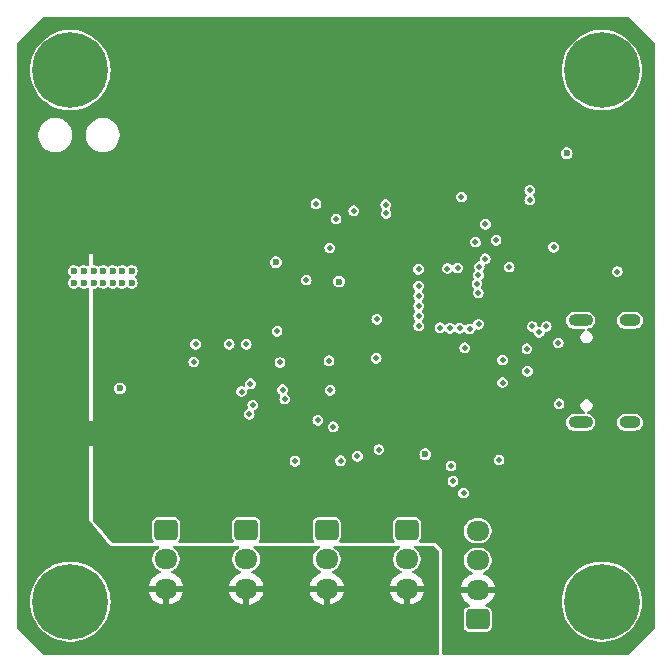
<source format=gbr>
%TF.GenerationSoftware,KiCad,Pcbnew,8.0.6-8.0.6-0~ubuntu20.04.1*%
%TF.CreationDate,2024-12-12T22:35:04+05:00*%
%TF.ProjectId,EpsilonAnomalain,45707369-6c6f-46e4-916e-6f6d616c6169,rev?*%
%TF.SameCoordinates,Original*%
%TF.FileFunction,Copper,L2,Inr*%
%TF.FilePolarity,Positive*%
%FSLAX46Y46*%
G04 Gerber Fmt 4.6, Leading zero omitted, Abs format (unit mm)*
G04 Created by KiCad (PCBNEW 8.0.6-8.0.6-0~ubuntu20.04.1) date 2024-12-12 22:35:04*
%MOMM*%
%LPD*%
G01*
G04 APERTURE LIST*
G04 Aperture macros list*
%AMRoundRect*
0 Rectangle with rounded corners*
0 $1 Rounding radius*
0 $2 $3 $4 $5 $6 $7 $8 $9 X,Y pos of 4 corners*
0 Add a 4 corners polygon primitive as box body*
4,1,4,$2,$3,$4,$5,$6,$7,$8,$9,$2,$3,0*
0 Add four circle primitives for the rounded corners*
1,1,$1+$1,$2,$3*
1,1,$1+$1,$4,$5*
1,1,$1+$1,$6,$7*
1,1,$1+$1,$8,$9*
0 Add four rect primitives between the rounded corners*
20,1,$1+$1,$2,$3,$4,$5,0*
20,1,$1+$1,$4,$5,$6,$7,0*
20,1,$1+$1,$6,$7,$8,$9,0*
20,1,$1+$1,$8,$9,$2,$3,0*%
G04 Aperture macros list end*
%TA.AperFunction,ComponentPad*%
%ADD10RoundRect,0.250000X-0.725000X0.600000X-0.725000X-0.600000X0.725000X-0.600000X0.725000X0.600000X0*%
%TD*%
%TA.AperFunction,ComponentPad*%
%ADD11O,1.950000X1.700000*%
%TD*%
%TA.AperFunction,ComponentPad*%
%ADD12C,0.800000*%
%TD*%
%TA.AperFunction,ComponentPad*%
%ADD13C,6.400000*%
%TD*%
%TA.AperFunction,ComponentPad*%
%ADD14RoundRect,0.250000X0.725000X-0.600000X0.725000X0.600000X-0.725000X0.600000X-0.725000X-0.600000X0*%
%TD*%
%TA.AperFunction,ComponentPad*%
%ADD15C,0.499999*%
%TD*%
%TA.AperFunction,ComponentPad*%
%ADD16O,2.100000X1.000000*%
%TD*%
%TA.AperFunction,ComponentPad*%
%ADD17O,1.800000X1.000000*%
%TD*%
%TA.AperFunction,ViaPad*%
%ADD18C,0.500000*%
%TD*%
%TA.AperFunction,ViaPad*%
%ADD19C,0.600000*%
%TD*%
%TA.AperFunction,Conductor*%
%ADD20C,0.200000*%
%TD*%
G04 APERTURE END LIST*
D10*
%TO.N,/SERVOB*%
%TO.C,J4*%
X254700000Y-117900000D03*
D11*
%TO.N,+6V*%
X254700000Y-120400000D03*
%TO.N,GND*%
X254700000Y-122900000D03*
%TD*%
D12*
%TO.N,N/C*%
%TO.C,H1*%
X275600000Y-79000000D03*
X276302944Y-77302944D03*
X276302944Y-80697056D03*
X278000000Y-76600000D03*
D13*
X278000000Y-79000000D03*
D12*
X278000000Y-81400000D03*
X279697056Y-77302944D03*
X279697056Y-80697056D03*
X280400000Y-79000000D03*
%TD*%
D10*
%TO.N,/SERVOA*%
%TO.C,J3*%
X261500000Y-117900000D03*
D11*
%TO.N,+6V*%
X261500000Y-120400000D03*
%TO.N,GND*%
X261500000Y-122900000D03*
%TD*%
D14*
%TO.N,VDD*%
%TO.C,J7*%
X267500000Y-125500000D03*
D11*
%TO.N,GND*%
X267500000Y-123000000D03*
%TO.N,/RXD0*%
X267500000Y-120500000D03*
%TO.N,/TXD0*%
X267500000Y-118000000D03*
%TD*%
D15*
%TO.N,GND*%
%TO.C,U2*%
X234119920Y-109024920D03*
X235395000Y-109799920D03*
X232844998Y-109799920D03*
X234119920Y-110574920D03*
%TD*%
D10*
%TO.N,/SERVOD*%
%TO.C,J6*%
X241100000Y-117900000D03*
D11*
%TO.N,+6V*%
X241100000Y-120400000D03*
%TO.N,GND*%
X241100000Y-122900000D03*
%TD*%
D12*
%TO.N,N/C*%
%TO.C,H4*%
X275600000Y-124000000D03*
X276302944Y-122302944D03*
X276302944Y-125697056D03*
X278000000Y-121600000D03*
D13*
X278000000Y-124000000D03*
D12*
X278000000Y-126400000D03*
X279697056Y-122302944D03*
X279697056Y-125697056D03*
X280400000Y-124000000D03*
%TD*%
D10*
%TO.N,/SERVOC*%
%TO.C,J5*%
X247900000Y-117900000D03*
D11*
%TO.N,+6V*%
X247900000Y-120400000D03*
%TO.N,GND*%
X247900000Y-122900000D03*
%TD*%
D12*
%TO.N,N/C*%
%TO.C,H2*%
X230600000Y-124000000D03*
X231302944Y-122302944D03*
X231302944Y-125697056D03*
X233000000Y-121600000D03*
D13*
X233000000Y-124000000D03*
D12*
X233000000Y-126400000D03*
X234697056Y-122302944D03*
X234697056Y-125697056D03*
X235400000Y-124000000D03*
%TD*%
D16*
%TO.N,unconnected-(J1-SHIELD-PadS1)_1*%
%TO.C,J1*%
X276195000Y-108820000D03*
D17*
%TO.N,unconnected-(J1-SHIELD-PadS1)_3*%
X280375000Y-108820000D03*
D16*
%TO.N,unconnected-(J1-SHIELD-PadS1)*%
X276195000Y-100180000D03*
D17*
%TO.N,unconnected-(J1-SHIELD-PadS1)_2*%
X280375000Y-100180000D03*
%TD*%
D12*
%TO.N,N/C*%
%TO.C,H3*%
X230600000Y-79000000D03*
X231302944Y-77302944D03*
X231302944Y-80697056D03*
X233000000Y-76600000D03*
D13*
X233000000Y-79000000D03*
D12*
X233000000Y-81400000D03*
X234697056Y-77302944D03*
X234697056Y-80697056D03*
X235400000Y-79000000D03*
%TD*%
D18*
%TO.N,GND*%
X250750000Y-114350000D03*
X243950000Y-114350000D03*
X269700000Y-90900000D03*
X268450000Y-90900000D03*
X263300000Y-95900000D03*
%TO.N,VDD*%
X273910002Y-93990000D03*
X250500000Y-101100000D03*
X266110000Y-89740000D03*
D19*
X275020000Y-86040000D03*
D18*
X264300000Y-100800000D03*
X252020000Y-112110000D03*
X273300000Y-100700000D03*
X255880000Y-112060000D03*
X272700000Y-101200000D03*
X271700000Y-104500000D03*
X259130000Y-111120000D03*
X268145022Y-92054978D03*
X257000000Y-90900000D03*
X265230000Y-112500000D03*
X253800000Y-90299996D03*
X272099994Y-100700000D03*
%TO.N,/TX0_RAW*%
X271900000Y-89150000D03*
X265789667Y-95739667D03*
X265400000Y-113800000D03*
%TO.N,/BOOT*%
X252980000Y-96775000D03*
X262480000Y-97265076D03*
%TO.N,/RXD0*%
X271900002Y-90000000D03*
X264925000Y-95795000D03*
D19*
%TO.N,GND*%
X229600000Y-87800000D03*
X243000000Y-127000000D03*
X269500000Y-84000000D03*
D18*
X261224265Y-90675735D03*
D19*
X242250000Y-127000000D03*
X243000000Y-126250000D03*
X263250000Y-127000000D03*
D18*
X273985000Y-96245000D03*
D19*
X237100000Y-111100000D03*
X230100000Y-109300000D03*
D18*
X259820000Y-92590000D03*
D19*
X230900000Y-112500000D03*
X274500000Y-84000000D03*
X277000000Y-92500000D03*
X277000000Y-94500000D03*
X281000000Y-102500000D03*
D18*
X249500012Y-101090000D03*
D19*
X237900000Y-108700000D03*
X230450000Y-116500000D03*
X254500000Y-84000000D03*
X249750000Y-126250000D03*
X231250000Y-116500000D03*
X259500000Y-84000000D03*
X230100000Y-112500000D03*
X247000000Y-84000000D03*
X262500000Y-126250000D03*
X237900000Y-111100000D03*
X228800000Y-90200000D03*
X256500000Y-127000000D03*
X229500000Y-104500000D03*
X262500000Y-127750000D03*
X249000000Y-127750000D03*
X249750000Y-127000000D03*
X244500000Y-84000000D03*
X242250000Y-126250000D03*
X230900000Y-110100000D03*
X228800000Y-91000000D03*
D18*
X252900000Y-94499992D03*
D19*
X257000000Y-101260000D03*
X272000000Y-84000000D03*
X229600000Y-91800000D03*
X228800000Y-87800000D03*
X237100000Y-109500000D03*
X262500000Y-127000000D03*
X230100000Y-110100000D03*
X228800000Y-89400000D03*
X228800000Y-92600000D03*
X252000000Y-84000000D03*
X230900000Y-111700000D03*
X228800000Y-91800000D03*
X237900000Y-110300000D03*
X281000000Y-106500000D03*
D18*
X269690000Y-108530000D03*
D19*
X256989998Y-102210000D03*
D18*
X257000000Y-89800000D03*
X253510000Y-100430000D03*
X258389773Y-97263343D03*
D19*
X229600000Y-92600000D03*
D18*
X263370000Y-100790000D03*
D19*
X249500000Y-84000000D03*
X230900000Y-109300000D03*
D18*
X262000000Y-90400000D03*
D19*
X237900000Y-109500000D03*
X229600000Y-89400000D03*
X256500000Y-127750000D03*
X264500000Y-84000000D03*
X230100000Y-111700000D03*
D18*
X269445000Y-101625000D03*
D19*
X237100000Y-110300000D03*
X249000000Y-126250000D03*
X242250000Y-127750000D03*
X237100000Y-111900000D03*
X242000000Y-84000000D03*
D18*
X276850000Y-105650000D03*
D19*
X281785000Y-83385000D03*
X237900000Y-107900000D03*
X229600000Y-88600000D03*
D18*
X269445000Y-100890000D03*
D19*
X241900000Y-92480000D03*
X230900000Y-110900000D03*
X255750000Y-127000000D03*
D18*
X257080000Y-109730000D03*
D19*
X229500000Y-106500000D03*
D18*
X252500000Y-117000000D03*
D19*
X228800000Y-88600000D03*
X229500000Y-98500000D03*
X263250000Y-127750000D03*
X262000000Y-84000000D03*
X230450000Y-115750000D03*
X229600000Y-91000000D03*
D18*
X267240000Y-90879998D03*
D19*
X281790000Y-90140000D03*
D18*
X265950000Y-93450000D03*
D19*
X229500000Y-100500000D03*
D18*
X269450000Y-100160000D03*
D19*
X249000000Y-127000000D03*
D18*
X255755000Y-107930000D03*
D19*
X247905000Y-92440000D03*
X281000000Y-104500000D03*
X243000000Y-127750000D03*
X263250000Y-126250000D03*
X257000000Y-84000000D03*
X255750000Y-127750000D03*
D18*
X259500000Y-114500000D03*
X262800000Y-90400000D03*
X245800000Y-117000000D03*
X274065002Y-104525000D03*
D19*
X229600000Y-90200000D03*
D18*
X245380000Y-107820000D03*
D19*
X256500000Y-126250000D03*
D18*
X273005000Y-108230000D03*
X261310000Y-94120000D03*
X274800000Y-100800000D03*
D19*
X237900000Y-111900000D03*
X267000000Y-84000000D03*
X255750000Y-126250000D03*
X281000000Y-114000000D03*
X230100000Y-110900000D03*
X249750000Y-127750000D03*
X229500000Y-102500000D03*
D18*
X245000000Y-102200000D03*
D19*
X239500000Y-84000000D03*
D18*
X251565000Y-103450000D03*
D19*
X231250000Y-115750000D03*
X281000000Y-116000000D03*
D18*
X269295000Y-104420000D03*
%TO.N,/IMU_INT*%
X258950000Y-100100002D03*
D19*
X255750000Y-96900000D03*
%TO.N,+3V8*%
X235800000Y-96000000D03*
X235800000Y-97000000D03*
D18*
X269299998Y-112000000D03*
D19*
X234150000Y-96000000D03*
X235000000Y-96000000D03*
X233300000Y-96000000D03*
X233300000Y-97000000D03*
X234150000Y-97000000D03*
X235000000Y-97000000D03*
X238200000Y-97000000D03*
X236600000Y-96000000D03*
X237400000Y-96000000D03*
X238200000Y-96000000D03*
D18*
X279300000Y-96050000D03*
X266300000Y-114800000D03*
D19*
X237400000Y-97000000D03*
D18*
X257300000Y-111700000D03*
X258900000Y-103400000D03*
D19*
X236600000Y-97000000D03*
D18*
%TO.N,/SDA*%
X265150000Y-100850000D03*
X259733986Y-91135348D03*
%TO.N,/SCL*%
X265950000Y-100850000D03*
X259700000Y-90400000D03*
X254970000Y-94045000D03*
X255500000Y-91600000D03*
D19*
%TO.N,/CHIP_PU*%
X250400000Y-95250000D03*
D18*
X262480000Y-95865076D03*
%TO.N,/SERVOA*%
X262500000Y-100650000D03*
X267540000Y-97855000D03*
%TO.N,/SERVOB*%
X262500000Y-99800000D03*
X267429002Y-97073031D03*
%TO.N,/SERVOC*%
X262500000Y-98950000D03*
X267555000Y-96355000D03*
%TO.N,/OFF*%
X268125000Y-94955000D03*
X271660000Y-102580000D03*
X270165000Y-95670000D03*
%TO.N,/DP*%
X266800000Y-100900000D03*
X269600000Y-103550000D03*
%TO.N,/DN*%
X266400000Y-102500000D03*
X269600000Y-105450000D03*
%TO.N,/SERVOEN*%
X269050000Y-93400000D03*
D19*
X237195000Y-105950000D03*
D18*
%TO.N,Net-(RN5-R2.1)*%
X243450000Y-103700000D03*
X248450000Y-107350000D03*
%TO.N,Net-(D1-A)*%
X274380000Y-107235000D03*
X274300000Y-102090000D03*
%TO.N,Net-(RN4-R4.2)*%
X255250000Y-109194620D03*
X251150000Y-106850000D03*
%TO.N,Net-(RN4-R3.2)*%
X255000000Y-106100000D03*
X250965565Y-106054826D03*
%TO.N,Net-(RN4-R4.1)*%
X247503313Y-106208209D03*
X246450000Y-102200000D03*
%TO.N,Net-(RN4-R3.1)*%
X248250000Y-105550000D03*
X247900000Y-102200000D03*
%TO.N,Net-(RN4-R2.2)*%
X250750000Y-103750000D03*
X254900000Y-103600000D03*
%TO.N,Net-(RN5-R3.1)*%
X243599989Y-102199995D03*
X248150000Y-108139998D03*
%TO.N,/SERVOD*%
X267619266Y-95629000D03*
X262500000Y-98100000D03*
%TO.N,/LD_D*%
X267560000Y-100525000D03*
D19*
X263055000Y-111530000D03*
D18*
%TO.N,/LD_OE*%
X253950000Y-108650000D03*
X267300000Y-93550000D03*
%TD*%
D20*
%TO.N,GND*%
X254700000Y-125200000D02*
X255750000Y-126250000D01*
X263370000Y-100385000D02*
X264265000Y-99490000D01*
X274800000Y-97060000D02*
X274800000Y-97130000D01*
X261500000Y-122900000D02*
X241100000Y-122900000D01*
X273985000Y-96245000D02*
X274800000Y-97060000D01*
X273005000Y-108230000D02*
X273005000Y-105585002D01*
X251565000Y-101780000D02*
X251575000Y-101770000D01*
X268860000Y-99490000D02*
X269530000Y-100160000D01*
X252900000Y-93351471D02*
X256451471Y-89800000D01*
X237569920Y-108250000D02*
X244950000Y-108250000D01*
X270070000Y-100160000D02*
X273985000Y-96245000D01*
X241100000Y-122900000D02*
X237800000Y-122900000D01*
X253510000Y-100830000D02*
X253510000Y-100430000D01*
X270585000Y-105185000D02*
X270585000Y-107635000D01*
X262800000Y-91100000D02*
X265150000Y-93450000D01*
X251575000Y-101770000D02*
X249610000Y-101770000D01*
X246400000Y-100800000D02*
X249210012Y-100800000D01*
X253635000Y-100305000D02*
X253510000Y-100430000D01*
X252900000Y-94499992D02*
X253635000Y-95234992D01*
X269530000Y-100885000D02*
X269525000Y-100890000D01*
X281790000Y-90140000D02*
X274800000Y-97130000D01*
X267500000Y-123000000D02*
X266500000Y-123000000D01*
X253635000Y-95234992D02*
X253635000Y-100305000D01*
X262800000Y-90400000D02*
X262000000Y-90400000D01*
X241100000Y-122900000D02*
X241100000Y-125100000D01*
X269530000Y-100160000D02*
X269530000Y-100885000D01*
X247905000Y-99494988D02*
X247905000Y-92440000D01*
X251575000Y-101770000D02*
X252570000Y-101770000D01*
X274800000Y-100800000D02*
X273656000Y-101944000D01*
X256451471Y-89800000D02*
X257000000Y-89800000D01*
X261500000Y-125250000D02*
X262500000Y-126250000D01*
X273656000Y-104115998D02*
X274065002Y-104525000D01*
X247900000Y-125150000D02*
X249000000Y-126250000D01*
X269295000Y-104420000D02*
X269820000Y-104420000D01*
X273656000Y-101944000D02*
X273656000Y-104115998D01*
X245000000Y-102200000D02*
X246400000Y-100800000D01*
X254700000Y-122900000D02*
X254700000Y-125200000D01*
X264265000Y-99490000D02*
X268860000Y-99490000D01*
X269990000Y-108230000D02*
X269690000Y-108530000D01*
X237800000Y-122900000D02*
X230100000Y-115200000D01*
X261500000Y-122900000D02*
X261500000Y-125250000D01*
X244950000Y-108250000D02*
X245380000Y-107820000D01*
X259000000Y-95000000D02*
X259000000Y-96653116D01*
X247900000Y-122900000D02*
X247900000Y-125150000D01*
X270585000Y-107635000D02*
X269690000Y-108530000D01*
X273005000Y-105585002D02*
X274065002Y-104525000D01*
X230100000Y-115200000D02*
X230100000Y-112500000D01*
X249500012Y-101090000D02*
X247905000Y-99494988D01*
X269525000Y-101625000D02*
X269525000Y-100890000D01*
X269820000Y-104420000D02*
X270585000Y-105185000D01*
X249610000Y-101770000D02*
X249500012Y-101660012D01*
X261500000Y-90400000D02*
X261224265Y-90675735D01*
X259000000Y-96653116D02*
X258389773Y-97263343D01*
X251565000Y-103450000D02*
X251565000Y-101780000D01*
X245000000Y-107440000D02*
X245380000Y-107820000D01*
X269530000Y-100160000D02*
X270070000Y-100160000D01*
X262800000Y-90400000D02*
X262800000Y-91100000D01*
X254340000Y-101260000D02*
X253510000Y-100430000D01*
X274800000Y-97130000D02*
X274800000Y-100800000D01*
X259000000Y-95000000D02*
X253400008Y-95000000D01*
X249500012Y-101660012D02*
X249500012Y-101090000D01*
X273005000Y-108230000D02*
X269990000Y-108230000D01*
X245000000Y-102200000D02*
X245000000Y-107440000D01*
X257000000Y-101260000D02*
X254340000Y-101260000D01*
X265150000Y-93450000D02*
X265950000Y-93450000D01*
X262000000Y-90400000D02*
X261500000Y-90400000D01*
X249210012Y-100800000D02*
X249500012Y-101090000D01*
X263370000Y-100790000D02*
X263370000Y-100385000D01*
X241100000Y-125100000D02*
X242250000Y-126250000D01*
X253400008Y-95000000D02*
X252900000Y-94499992D01*
X252900000Y-94499992D02*
X252900000Y-93351471D01*
X252570000Y-101770000D02*
X253510000Y-100830000D01*
%TD*%
%TA.AperFunction,Conductor*%
%TO.N,GND*%
G36*
X234600000Y-95467162D02*
G01*
X234580315Y-95534201D01*
X234527511Y-95579956D01*
X234458353Y-95589900D01*
X234408961Y-95571478D01*
X234360050Y-95540045D01*
X234221963Y-95499500D01*
X234221961Y-95499500D01*
X234078039Y-95499500D01*
X234078036Y-95499500D01*
X233939949Y-95540045D01*
X233818872Y-95617857D01*
X233818711Y-95618043D01*
X233818504Y-95618175D01*
X233812172Y-95623663D01*
X233811382Y-95622752D01*
X233759932Y-95655816D01*
X233690063Y-95655814D01*
X233638617Y-95622752D01*
X233637828Y-95623663D01*
X233631495Y-95618175D01*
X233631289Y-95618043D01*
X233631128Y-95617857D01*
X233510053Y-95540047D01*
X233510051Y-95540046D01*
X233510049Y-95540045D01*
X233510050Y-95540045D01*
X233371963Y-95499500D01*
X233371961Y-95499500D01*
X233228039Y-95499500D01*
X233228036Y-95499500D01*
X233089949Y-95540045D01*
X232968873Y-95617856D01*
X232968872Y-95617856D01*
X232968872Y-95617857D01*
X232963841Y-95623663D01*
X232874623Y-95726626D01*
X232874622Y-95726628D01*
X232814834Y-95857543D01*
X232794353Y-96000000D01*
X232814834Y-96142456D01*
X232874622Y-96273371D01*
X232874623Y-96273373D01*
X232968872Y-96382143D01*
X232968874Y-96382144D01*
X232989943Y-96395685D01*
X233035698Y-96448489D01*
X233045641Y-96517648D01*
X233016615Y-96581203D01*
X232989943Y-96604315D01*
X232968874Y-96617855D01*
X232874623Y-96726626D01*
X232874622Y-96726628D01*
X232814834Y-96857543D01*
X232794353Y-97000000D01*
X232814834Y-97142456D01*
X232874622Y-97273371D01*
X232874623Y-97273373D01*
X232968872Y-97382143D01*
X233089947Y-97459953D01*
X233089950Y-97459954D01*
X233089949Y-97459954D01*
X233228036Y-97500499D01*
X233228038Y-97500500D01*
X233228039Y-97500500D01*
X233371962Y-97500500D01*
X233371962Y-97500499D01*
X233510053Y-97459953D01*
X233631128Y-97382143D01*
X233631285Y-97381961D01*
X233631486Y-97381832D01*
X233637828Y-97376337D01*
X233638617Y-97377248D01*
X233690059Y-97344186D01*
X233759929Y-97344182D01*
X233811384Y-97377246D01*
X233812172Y-97376337D01*
X233818492Y-97381813D01*
X233818705Y-97381950D01*
X233818872Y-97382143D01*
X233818873Y-97382144D01*
X233852534Y-97403776D01*
X233939947Y-97459953D01*
X233939950Y-97459954D01*
X233939949Y-97459954D01*
X234078036Y-97500499D01*
X234078038Y-97500500D01*
X234078039Y-97500500D01*
X234221962Y-97500500D01*
X234221962Y-97500499D01*
X234360050Y-97459954D01*
X234360051Y-97459954D01*
X234360053Y-97459953D01*
X234408961Y-97428521D01*
X234475999Y-97408837D01*
X234543039Y-97428521D01*
X234588794Y-97481325D01*
X234600000Y-97532837D01*
X234600000Y-116600000D01*
X228500500Y-116600000D01*
X228500500Y-94600000D01*
X234600000Y-94600000D01*
X234600000Y-95467162D01*
G37*
%TD.AperFunction*%
%TD*%
%TA.AperFunction,Conductor*%
%TO.N,GND*%
G36*
X280308363Y-74520185D02*
G01*
X280329005Y-74536819D01*
X282463181Y-76670995D01*
X282496666Y-76732318D01*
X282499500Y-76758676D01*
X282499500Y-120500000D01*
X268675500Y-120500000D01*
X268675500Y-120396534D01*
X268675499Y-120396530D01*
X268635131Y-120193587D01*
X268635130Y-120193580D01*
X268555941Y-120002402D01*
X268440977Y-119830345D01*
X268440975Y-119830342D01*
X268294657Y-119684024D01*
X268144993Y-119584023D01*
X268122598Y-119569059D01*
X267931420Y-119489870D01*
X267931412Y-119489868D01*
X267728469Y-119449500D01*
X267728465Y-119449500D01*
X267271535Y-119449500D01*
X267271530Y-119449500D01*
X267068587Y-119489868D01*
X267068579Y-119489870D01*
X266877403Y-119569058D01*
X266705342Y-119684024D01*
X266559024Y-119830342D01*
X266444058Y-120002403D01*
X266364870Y-120193579D01*
X266364868Y-120193587D01*
X266324500Y-120396530D01*
X266324500Y-120500000D01*
X264500000Y-120500000D01*
X264500000Y-119500000D01*
X264000000Y-119000000D01*
X262661521Y-119000000D01*
X262594482Y-118980315D01*
X262548727Y-118927511D01*
X262538783Y-118858353D01*
X262561751Y-118802367D01*
X262627790Y-118712886D01*
X262627789Y-118712886D01*
X262627793Y-118712882D01*
X262650219Y-118648790D01*
X262672646Y-118584701D01*
X262672646Y-118584699D01*
X262675500Y-118554269D01*
X262675500Y-117896530D01*
X266324500Y-117896530D01*
X266324500Y-118103469D01*
X266364868Y-118306412D01*
X266364870Y-118306420D01*
X266444058Y-118497596D01*
X266559024Y-118669657D01*
X266705342Y-118815975D01*
X266705345Y-118815977D01*
X266877402Y-118930941D01*
X267068580Y-119010130D01*
X267271530Y-119050499D01*
X267271534Y-119050500D01*
X267271535Y-119050500D01*
X267728466Y-119050500D01*
X267728467Y-119050499D01*
X267931420Y-119010130D01*
X268122598Y-118930941D01*
X268294655Y-118815977D01*
X268440977Y-118669655D01*
X268555941Y-118497598D01*
X268635130Y-118306420D01*
X268675500Y-118103465D01*
X268675500Y-117896535D01*
X268635130Y-117693580D01*
X268555941Y-117502402D01*
X268440977Y-117330345D01*
X268440975Y-117330342D01*
X268294657Y-117184024D01*
X268149624Y-117087117D01*
X268122598Y-117069059D01*
X268088036Y-117054743D01*
X267931420Y-116989870D01*
X267931412Y-116989868D01*
X267728469Y-116949500D01*
X267728465Y-116949500D01*
X267271535Y-116949500D01*
X267271530Y-116949500D01*
X267068587Y-116989868D01*
X267068579Y-116989870D01*
X266877403Y-117069058D01*
X266705342Y-117184024D01*
X266559024Y-117330342D01*
X266444058Y-117502403D01*
X266364870Y-117693579D01*
X266364868Y-117693587D01*
X266324500Y-117896530D01*
X262675500Y-117896530D01*
X262675500Y-117245730D01*
X262672646Y-117215300D01*
X262672646Y-117215298D01*
X262627793Y-117087119D01*
X262627792Y-117087117D01*
X262603899Y-117054743D01*
X262547150Y-116977850D01*
X262437882Y-116897207D01*
X262437880Y-116897206D01*
X262309700Y-116852353D01*
X262279270Y-116849500D01*
X262279266Y-116849500D01*
X260720734Y-116849500D01*
X260720730Y-116849500D01*
X260690300Y-116852353D01*
X260690298Y-116852353D01*
X260562119Y-116897206D01*
X260562117Y-116897207D01*
X260452850Y-116977850D01*
X260372207Y-117087117D01*
X260372206Y-117087119D01*
X260327353Y-117215298D01*
X260327353Y-117215300D01*
X260324500Y-117245730D01*
X260324500Y-118554269D01*
X260327353Y-118584699D01*
X260327353Y-118584701D01*
X260372206Y-118712880D01*
X260372209Y-118712886D01*
X260438249Y-118802367D01*
X260462220Y-118867996D01*
X260446904Y-118936166D01*
X260397164Y-118985234D01*
X260338479Y-119000000D01*
X255861521Y-119000000D01*
X255794482Y-118980315D01*
X255748727Y-118927511D01*
X255738783Y-118858353D01*
X255761751Y-118802367D01*
X255827790Y-118712886D01*
X255827789Y-118712886D01*
X255827793Y-118712882D01*
X255850219Y-118648790D01*
X255872646Y-118584701D01*
X255872646Y-118584699D01*
X255875500Y-118554269D01*
X255875500Y-117245730D01*
X255872646Y-117215300D01*
X255872646Y-117215298D01*
X255827793Y-117087119D01*
X255827792Y-117087117D01*
X255803899Y-117054743D01*
X255747150Y-116977850D01*
X255637882Y-116897207D01*
X255637880Y-116897206D01*
X255509700Y-116852353D01*
X255479270Y-116849500D01*
X255479266Y-116849500D01*
X253920734Y-116849500D01*
X253920730Y-116849500D01*
X253890300Y-116852353D01*
X253890298Y-116852353D01*
X253762119Y-116897206D01*
X253762117Y-116897207D01*
X253652850Y-116977850D01*
X253572207Y-117087117D01*
X253572206Y-117087119D01*
X253527353Y-117215298D01*
X253527353Y-117215300D01*
X253524500Y-117245730D01*
X253524500Y-118554269D01*
X253527353Y-118584699D01*
X253527353Y-118584701D01*
X253572206Y-118712880D01*
X253572209Y-118712886D01*
X253638249Y-118802367D01*
X253662220Y-118867996D01*
X253646904Y-118936166D01*
X253597164Y-118985234D01*
X253538479Y-119000000D01*
X249061521Y-119000000D01*
X248994482Y-118980315D01*
X248948727Y-118927511D01*
X248938783Y-118858353D01*
X248961751Y-118802367D01*
X249027790Y-118712886D01*
X249027789Y-118712886D01*
X249027793Y-118712882D01*
X249050219Y-118648790D01*
X249072646Y-118584701D01*
X249072646Y-118584699D01*
X249075500Y-118554269D01*
X249075500Y-117245730D01*
X249072646Y-117215300D01*
X249072646Y-117215298D01*
X249027793Y-117087119D01*
X249027792Y-117087117D01*
X249003899Y-117054743D01*
X248947150Y-116977850D01*
X248837882Y-116897207D01*
X248837880Y-116897206D01*
X248709700Y-116852353D01*
X248679270Y-116849500D01*
X248679266Y-116849500D01*
X247120734Y-116849500D01*
X247120730Y-116849500D01*
X247090300Y-116852353D01*
X247090298Y-116852353D01*
X246962119Y-116897206D01*
X246962117Y-116897207D01*
X246852850Y-116977850D01*
X246772207Y-117087117D01*
X246772206Y-117087119D01*
X246727353Y-117215298D01*
X246727353Y-117215300D01*
X246724500Y-117245730D01*
X246724500Y-118554269D01*
X246727353Y-118584699D01*
X246727353Y-118584701D01*
X246772206Y-118712880D01*
X246772209Y-118712886D01*
X246838249Y-118802367D01*
X246862220Y-118867996D01*
X246846904Y-118936166D01*
X246797164Y-118985234D01*
X246738479Y-119000000D01*
X242261521Y-119000000D01*
X242194482Y-118980315D01*
X242148727Y-118927511D01*
X242138783Y-118858353D01*
X242161751Y-118802367D01*
X242227790Y-118712886D01*
X242227789Y-118712886D01*
X242227793Y-118712882D01*
X242250219Y-118648790D01*
X242272646Y-118584701D01*
X242272646Y-118584699D01*
X242275500Y-118554269D01*
X242275500Y-117245730D01*
X242272646Y-117215300D01*
X242272646Y-117215298D01*
X242227793Y-117087119D01*
X242227792Y-117087117D01*
X242203899Y-117054743D01*
X242147150Y-116977850D01*
X242037882Y-116897207D01*
X242037880Y-116897206D01*
X241909700Y-116852353D01*
X241879270Y-116849500D01*
X241879266Y-116849500D01*
X240320734Y-116849500D01*
X240320730Y-116849500D01*
X240290300Y-116852353D01*
X240290298Y-116852353D01*
X240162119Y-116897206D01*
X240162117Y-116897207D01*
X240052850Y-116977850D01*
X239972207Y-117087117D01*
X239972206Y-117087119D01*
X239927353Y-117215298D01*
X239927353Y-117215300D01*
X239924500Y-117245730D01*
X239924500Y-118554269D01*
X239927353Y-118584699D01*
X239927353Y-118584701D01*
X239972206Y-118712880D01*
X239972209Y-118712886D01*
X240038249Y-118802367D01*
X240062220Y-118867996D01*
X240046904Y-118936166D01*
X239997164Y-118985234D01*
X239938479Y-119000000D01*
X236557689Y-119000000D01*
X236490650Y-118980315D01*
X236462840Y-118955873D01*
X236438956Y-118927511D01*
X235745024Y-118103466D01*
X234929151Y-117134616D01*
X234901025Y-117070657D01*
X234900000Y-117054743D01*
X234900000Y-114800000D01*
X265844867Y-114800000D01*
X265863302Y-114928225D01*
X265917117Y-115046061D01*
X265917118Y-115046063D01*
X266001951Y-115143967D01*
X266110931Y-115214004D01*
X266235225Y-115250499D01*
X266235227Y-115250500D01*
X266235228Y-115250500D01*
X266364773Y-115250500D01*
X266364773Y-115250499D01*
X266489069Y-115214004D01*
X266598049Y-115143967D01*
X266682882Y-115046063D01*
X266736697Y-114928226D01*
X266755133Y-114800000D01*
X266736697Y-114671774D01*
X266682882Y-114553937D01*
X266598049Y-114456033D01*
X266489069Y-114385996D01*
X266489065Y-114385994D01*
X266489064Y-114385994D01*
X266364774Y-114349500D01*
X266364772Y-114349500D01*
X266235228Y-114349500D01*
X266235226Y-114349500D01*
X266110935Y-114385994D01*
X266110932Y-114385995D01*
X266110931Y-114385996D01*
X266059677Y-114418934D01*
X266001950Y-114456033D01*
X265917118Y-114553937D01*
X265917117Y-114553938D01*
X265863302Y-114671774D01*
X265844867Y-114800000D01*
X234900000Y-114800000D01*
X234900000Y-113800000D01*
X264944867Y-113800000D01*
X264963302Y-113928225D01*
X265017117Y-114046061D01*
X265017118Y-114046063D01*
X265101951Y-114143967D01*
X265210931Y-114214004D01*
X265335225Y-114250499D01*
X265335227Y-114250500D01*
X265335228Y-114250500D01*
X265464773Y-114250500D01*
X265464773Y-114250499D01*
X265589069Y-114214004D01*
X265698049Y-114143967D01*
X265782882Y-114046063D01*
X265836697Y-113928226D01*
X265855133Y-113800000D01*
X265836697Y-113671774D01*
X265782882Y-113553937D01*
X265698049Y-113456033D01*
X265589069Y-113385996D01*
X265589065Y-113385994D01*
X265589064Y-113385994D01*
X265464774Y-113349500D01*
X265464772Y-113349500D01*
X265335228Y-113349500D01*
X265335226Y-113349500D01*
X265210935Y-113385994D01*
X265210932Y-113385995D01*
X265210931Y-113385996D01*
X265159677Y-113418934D01*
X265101950Y-113456033D01*
X265017118Y-113553937D01*
X265017117Y-113553938D01*
X264963302Y-113671774D01*
X264944867Y-113800000D01*
X234900000Y-113800000D01*
X234900000Y-112110000D01*
X251564867Y-112110000D01*
X251583302Y-112238225D01*
X251614283Y-112306062D01*
X251637118Y-112356063D01*
X251721951Y-112453967D01*
X251830931Y-112524004D01*
X251955225Y-112560499D01*
X251955227Y-112560500D01*
X251955228Y-112560500D01*
X252084773Y-112560500D01*
X252084773Y-112560499D01*
X252209069Y-112524004D01*
X252318049Y-112453967D01*
X252402882Y-112356063D01*
X252456697Y-112238226D01*
X252475133Y-112110000D01*
X252467944Y-112060000D01*
X255424867Y-112060000D01*
X255443302Y-112188225D01*
X255473313Y-112253938D01*
X255497118Y-112306063D01*
X255581951Y-112403967D01*
X255690931Y-112474004D01*
X255815225Y-112510499D01*
X255815227Y-112510500D01*
X255815228Y-112510500D01*
X255944773Y-112510500D01*
X255944773Y-112510499D01*
X255980531Y-112500000D01*
X264774867Y-112500000D01*
X264793302Y-112628225D01*
X264847117Y-112746061D01*
X264847118Y-112746063D01*
X264931951Y-112843967D01*
X265040931Y-112914004D01*
X265165225Y-112950499D01*
X265165227Y-112950500D01*
X265165228Y-112950500D01*
X265294773Y-112950500D01*
X265294773Y-112950499D01*
X265419069Y-112914004D01*
X265528049Y-112843967D01*
X265612882Y-112746063D01*
X265666697Y-112628226D01*
X265685133Y-112500000D01*
X265666697Y-112371774D01*
X265612882Y-112253937D01*
X265528049Y-112156033D01*
X265419069Y-112085996D01*
X265419065Y-112085994D01*
X265419064Y-112085994D01*
X265294774Y-112049500D01*
X265294772Y-112049500D01*
X265165228Y-112049500D01*
X265165226Y-112049500D01*
X265040935Y-112085994D01*
X265040932Y-112085995D01*
X265040931Y-112085996D01*
X265003580Y-112110000D01*
X264931950Y-112156033D01*
X264847118Y-112253937D01*
X264847117Y-112253938D01*
X264793302Y-112371774D01*
X264774867Y-112500000D01*
X255980531Y-112500000D01*
X256069069Y-112474004D01*
X256178049Y-112403967D01*
X256262882Y-112306063D01*
X256316697Y-112188226D01*
X256335133Y-112060000D01*
X256316697Y-111931774D01*
X256262882Y-111813937D01*
X256178049Y-111716033D01*
X256153101Y-111700000D01*
X256844867Y-111700000D01*
X256863302Y-111828225D01*
X256879612Y-111863938D01*
X256917118Y-111946063D01*
X257001951Y-112043967D01*
X257110931Y-112114004D01*
X257159368Y-112128226D01*
X257235225Y-112150499D01*
X257235227Y-112150500D01*
X257235228Y-112150500D01*
X257364773Y-112150500D01*
X257364773Y-112150499D01*
X257489069Y-112114004D01*
X257598049Y-112043967D01*
X257682882Y-111946063D01*
X257736697Y-111828226D01*
X257755133Y-111700000D01*
X257736697Y-111571774D01*
X257682882Y-111453937D01*
X257598049Y-111356033D01*
X257489069Y-111285996D01*
X257489065Y-111285994D01*
X257489064Y-111285994D01*
X257364774Y-111249500D01*
X257364772Y-111249500D01*
X257235228Y-111249500D01*
X257235226Y-111249500D01*
X257110935Y-111285994D01*
X257110932Y-111285995D01*
X257110931Y-111285996D01*
X257059677Y-111318934D01*
X257001950Y-111356033D01*
X256917118Y-111453937D01*
X256917117Y-111453938D01*
X256863302Y-111571774D01*
X256844867Y-111700000D01*
X256153101Y-111700000D01*
X256069069Y-111645996D01*
X256069065Y-111645994D01*
X256069064Y-111645994D01*
X255944774Y-111609500D01*
X255944772Y-111609500D01*
X255815228Y-111609500D01*
X255815226Y-111609500D01*
X255690935Y-111645994D01*
X255690932Y-111645995D01*
X255690931Y-111645996D01*
X255649758Y-111672456D01*
X255581950Y-111716033D01*
X255497118Y-111813937D01*
X255497117Y-111813938D01*
X255443302Y-111931774D01*
X255424867Y-112060000D01*
X252467944Y-112060000D01*
X252456697Y-111981774D01*
X252402882Y-111863937D01*
X252318049Y-111766033D01*
X252209069Y-111695996D01*
X252209065Y-111695994D01*
X252209064Y-111695994D01*
X252084774Y-111659500D01*
X252084772Y-111659500D01*
X251955228Y-111659500D01*
X251955226Y-111659500D01*
X251830935Y-111695994D01*
X251830932Y-111695995D01*
X251830931Y-111695996D01*
X251824701Y-111700000D01*
X251721950Y-111766033D01*
X251637118Y-111863937D01*
X251637117Y-111863938D01*
X251583302Y-111981774D01*
X251564867Y-112110000D01*
X234900000Y-112110000D01*
X234900000Y-111120000D01*
X258674867Y-111120000D01*
X258693302Y-111248225D01*
X258697140Y-111256628D01*
X258747118Y-111366063D01*
X258831951Y-111463967D01*
X258940931Y-111534004D01*
X258993707Y-111549500D01*
X259065225Y-111570499D01*
X259065227Y-111570500D01*
X259065228Y-111570500D01*
X259194773Y-111570500D01*
X259194773Y-111570499D01*
X259319069Y-111534004D01*
X259325299Y-111530000D01*
X262549353Y-111530000D01*
X262569834Y-111672456D01*
X262612570Y-111766033D01*
X262629623Y-111803373D01*
X262723872Y-111912143D01*
X262844947Y-111989953D01*
X262844950Y-111989954D01*
X262844949Y-111989954D01*
X262983036Y-112030499D01*
X262983038Y-112030500D01*
X262983039Y-112030500D01*
X263126962Y-112030500D01*
X263126962Y-112030499D01*
X263230835Y-112000000D01*
X268844865Y-112000000D01*
X268863300Y-112128225D01*
X268873473Y-112150500D01*
X268917116Y-112246063D01*
X269001949Y-112343967D01*
X269110929Y-112414004D01*
X269235223Y-112450499D01*
X269235225Y-112450500D01*
X269235226Y-112450500D01*
X269364771Y-112450500D01*
X269364771Y-112450499D01*
X269489067Y-112414004D01*
X269598047Y-112343967D01*
X269682880Y-112246063D01*
X269736695Y-112128226D01*
X269755131Y-112000000D01*
X269736695Y-111871774D01*
X269682880Y-111753937D01*
X269598047Y-111656033D01*
X269489067Y-111585996D01*
X269489063Y-111585994D01*
X269489062Y-111585994D01*
X269364772Y-111549500D01*
X269364770Y-111549500D01*
X269235226Y-111549500D01*
X269235224Y-111549500D01*
X269110933Y-111585994D01*
X269110930Y-111585995D01*
X269110929Y-111585996D01*
X269074356Y-111609500D01*
X269001948Y-111656033D01*
X268917116Y-111753937D01*
X268917115Y-111753938D01*
X268863300Y-111871774D01*
X268844865Y-112000000D01*
X263230835Y-112000000D01*
X263265053Y-111989953D01*
X263386128Y-111912143D01*
X263480377Y-111803373D01*
X263540165Y-111672457D01*
X263560647Y-111530000D01*
X263540165Y-111387543D01*
X263480377Y-111256627D01*
X263386128Y-111147857D01*
X263265053Y-111070047D01*
X263265051Y-111070046D01*
X263265049Y-111070045D01*
X263265050Y-111070045D01*
X263126963Y-111029500D01*
X263126961Y-111029500D01*
X262983039Y-111029500D01*
X262983036Y-111029500D01*
X262844949Y-111070045D01*
X262723873Y-111147856D01*
X262629623Y-111256626D01*
X262629622Y-111256628D01*
X262569834Y-111387543D01*
X262549353Y-111530000D01*
X259325299Y-111530000D01*
X259428049Y-111463967D01*
X259512882Y-111366063D01*
X259566697Y-111248226D01*
X259585133Y-111120000D01*
X259566697Y-110991774D01*
X259512882Y-110873937D01*
X259428049Y-110776033D01*
X259319069Y-110705996D01*
X259319065Y-110705994D01*
X259319064Y-110705994D01*
X259194774Y-110669500D01*
X259194772Y-110669500D01*
X259065228Y-110669500D01*
X259065226Y-110669500D01*
X258940935Y-110705994D01*
X258940932Y-110705995D01*
X258940931Y-110705996D01*
X258889677Y-110738934D01*
X258831950Y-110776033D01*
X258747118Y-110873937D01*
X258747117Y-110873938D01*
X258693302Y-110991774D01*
X258674867Y-111120000D01*
X234900000Y-111120000D01*
X234900000Y-110800000D01*
X234900000Y-109194620D01*
X254794867Y-109194620D01*
X254813302Y-109322845D01*
X254867117Y-109440681D01*
X254867118Y-109440683D01*
X254951951Y-109538587D01*
X255060931Y-109608624D01*
X255185225Y-109645119D01*
X255185227Y-109645120D01*
X255185228Y-109645120D01*
X255314773Y-109645120D01*
X255314773Y-109645119D01*
X255439069Y-109608624D01*
X255548049Y-109538587D01*
X255632882Y-109440683D01*
X255686697Y-109322846D01*
X255705133Y-109194620D01*
X255686697Y-109066394D01*
X255632882Y-108948557D01*
X255581272Y-108888995D01*
X274944499Y-108888995D01*
X274971418Y-109024322D01*
X274971421Y-109024332D01*
X275024221Y-109151804D01*
X275024228Y-109151817D01*
X275100885Y-109266541D01*
X275100888Y-109266545D01*
X275198454Y-109364111D01*
X275198458Y-109364114D01*
X275313182Y-109440771D01*
X275313195Y-109440778D01*
X275440667Y-109493578D01*
X275440672Y-109493580D01*
X275440676Y-109493580D01*
X275440677Y-109493581D01*
X275576004Y-109520500D01*
X275576007Y-109520500D01*
X276813995Y-109520500D01*
X276905041Y-109502389D01*
X276949328Y-109493580D01*
X277076811Y-109440775D01*
X277191542Y-109364114D01*
X277289114Y-109266542D01*
X277365775Y-109151811D01*
X277418580Y-109024328D01*
X277445500Y-108888995D01*
X279274499Y-108888995D01*
X279301418Y-109024322D01*
X279301421Y-109024332D01*
X279354221Y-109151804D01*
X279354228Y-109151817D01*
X279430885Y-109266541D01*
X279430888Y-109266545D01*
X279528454Y-109364111D01*
X279528458Y-109364114D01*
X279643182Y-109440771D01*
X279643195Y-109440778D01*
X279770667Y-109493578D01*
X279770672Y-109493580D01*
X279770676Y-109493580D01*
X279770677Y-109493581D01*
X279906004Y-109520500D01*
X279906007Y-109520500D01*
X280843995Y-109520500D01*
X280935041Y-109502389D01*
X280979328Y-109493580D01*
X281106811Y-109440775D01*
X281221542Y-109364114D01*
X281319114Y-109266542D01*
X281395775Y-109151811D01*
X281448580Y-109024328D01*
X281475500Y-108888993D01*
X281475500Y-108751007D01*
X281475500Y-108751004D01*
X281448581Y-108615677D01*
X281448580Y-108615676D01*
X281448580Y-108615672D01*
X281423036Y-108554002D01*
X281395778Y-108488195D01*
X281395771Y-108488182D01*
X281319114Y-108373458D01*
X281319111Y-108373454D01*
X281221545Y-108275888D01*
X281221541Y-108275885D01*
X281106817Y-108199228D01*
X281106804Y-108199221D01*
X280979332Y-108146421D01*
X280979322Y-108146418D01*
X280843995Y-108119500D01*
X280843993Y-108119500D01*
X279906007Y-108119500D01*
X279906005Y-108119500D01*
X279770677Y-108146418D01*
X279770667Y-108146421D01*
X279643195Y-108199221D01*
X279643182Y-108199228D01*
X279528458Y-108275885D01*
X279528454Y-108275888D01*
X279430888Y-108373454D01*
X279430885Y-108373458D01*
X279354228Y-108488182D01*
X279354221Y-108488195D01*
X279301421Y-108615667D01*
X279301418Y-108615677D01*
X279274500Y-108751004D01*
X279274500Y-108751007D01*
X279274500Y-108888993D01*
X279274500Y-108888995D01*
X279274499Y-108888995D01*
X277445500Y-108888995D01*
X277445500Y-108888993D01*
X277445500Y-108751007D01*
X277445500Y-108751004D01*
X277418581Y-108615677D01*
X277418580Y-108615676D01*
X277418580Y-108615672D01*
X277393036Y-108554002D01*
X277365778Y-108488195D01*
X277365771Y-108488182D01*
X277289114Y-108373458D01*
X277289111Y-108373454D01*
X277191545Y-108275888D01*
X277191541Y-108275885D01*
X277076817Y-108199228D01*
X277076804Y-108199221D01*
X276949332Y-108146421D01*
X276949320Y-108146418D01*
X276856728Y-108128000D01*
X276794817Y-108095615D01*
X276760242Y-108034899D01*
X276763982Y-107965130D01*
X276804849Y-107908458D01*
X276848823Y-107886609D01*
X276895520Y-107874097D01*
X277013981Y-107805704D01*
X277110704Y-107708981D01*
X277179097Y-107590520D01*
X277214500Y-107458394D01*
X277214500Y-107321606D01*
X277179097Y-107189480D01*
X277125163Y-107096063D01*
X277110708Y-107071025D01*
X277110702Y-107071017D01*
X277013982Y-106974297D01*
X277013974Y-106974291D01*
X276895526Y-106905906D01*
X276895522Y-106905904D01*
X276895520Y-106905903D01*
X276763394Y-106870500D01*
X276626606Y-106870500D01*
X276494480Y-106905903D01*
X276494473Y-106905906D01*
X276376025Y-106974291D01*
X276376017Y-106974297D01*
X276279297Y-107071017D01*
X276279291Y-107071025D01*
X276210906Y-107189473D01*
X276210903Y-107189480D01*
X276175500Y-107321606D01*
X276175500Y-107458394D01*
X276207808Y-107578967D01*
X276210903Y-107590519D01*
X276210906Y-107590526D01*
X276279291Y-107708974D01*
X276279295Y-107708979D01*
X276279296Y-107708981D01*
X276376019Y-107805704D01*
X276376021Y-107805705D01*
X276376025Y-107805708D01*
X276494473Y-107874093D01*
X276494480Y-107874097D01*
X276500559Y-107875726D01*
X276560218Y-107912090D01*
X276590747Y-107974937D01*
X276582452Y-108044313D01*
X276537967Y-108098191D01*
X276471415Y-108119465D01*
X276468464Y-108119500D01*
X275576005Y-108119500D01*
X275440677Y-108146418D01*
X275440667Y-108146421D01*
X275313195Y-108199221D01*
X275313182Y-108199228D01*
X275198458Y-108275885D01*
X275198454Y-108275888D01*
X275100888Y-108373454D01*
X275100885Y-108373458D01*
X275024228Y-108488182D01*
X275024221Y-108488195D01*
X274971421Y-108615667D01*
X274971418Y-108615677D01*
X274944500Y-108751004D01*
X274944500Y-108751007D01*
X274944500Y-108888993D01*
X274944500Y-108888995D01*
X274944499Y-108888995D01*
X255581272Y-108888995D01*
X255548049Y-108850653D01*
X255439069Y-108780616D01*
X255439065Y-108780614D01*
X255439064Y-108780614D01*
X255314774Y-108744120D01*
X255314772Y-108744120D01*
X255185228Y-108744120D01*
X255185226Y-108744120D01*
X255060935Y-108780614D01*
X255060932Y-108780615D01*
X255060931Y-108780616D01*
X255009677Y-108813554D01*
X254951950Y-108850653D01*
X254867118Y-108948557D01*
X254867117Y-108948558D01*
X254813302Y-109066394D01*
X254794867Y-109194620D01*
X234900000Y-109194620D01*
X234900000Y-108650000D01*
X253494867Y-108650000D01*
X253513302Y-108778225D01*
X253563889Y-108888993D01*
X253567118Y-108896063D01*
X253651951Y-108993967D01*
X253760931Y-109064004D01*
X253769071Y-109066394D01*
X253885225Y-109100499D01*
X253885227Y-109100500D01*
X253885228Y-109100500D01*
X254014773Y-109100500D01*
X254014773Y-109100499D01*
X254139069Y-109064004D01*
X254248049Y-108993967D01*
X254332882Y-108896063D01*
X254386697Y-108778226D01*
X254405133Y-108650000D01*
X254386697Y-108521774D01*
X254332882Y-108403937D01*
X254248049Y-108306033D01*
X254139069Y-108235996D01*
X254139065Y-108235994D01*
X254139064Y-108235994D01*
X254014774Y-108199500D01*
X254014772Y-108199500D01*
X253885228Y-108199500D01*
X253885226Y-108199500D01*
X253760935Y-108235994D01*
X253760932Y-108235995D01*
X253760931Y-108235996D01*
X253710785Y-108268223D01*
X253651950Y-108306033D01*
X253567118Y-108403937D01*
X253567117Y-108403938D01*
X253513302Y-108521774D01*
X253494867Y-108650000D01*
X234900000Y-108650000D01*
X234900000Y-108139998D01*
X247694867Y-108139998D01*
X247713302Y-108268223D01*
X247761362Y-108373458D01*
X247767118Y-108386061D01*
X247851951Y-108483965D01*
X247960931Y-108554002D01*
X248085225Y-108590497D01*
X248085227Y-108590498D01*
X248085228Y-108590498D01*
X248214773Y-108590498D01*
X248214773Y-108590497D01*
X248339069Y-108554002D01*
X248448049Y-108483965D01*
X248532882Y-108386061D01*
X248586697Y-108268224D01*
X248605133Y-108139998D01*
X248586697Y-108011772D01*
X248552564Y-107937032D01*
X248542620Y-107867873D01*
X248571645Y-107804318D01*
X248630423Y-107766543D01*
X248630424Y-107766543D01*
X248635482Y-107765057D01*
X248639069Y-107764004D01*
X248748049Y-107693967D01*
X248832882Y-107596063D01*
X248886697Y-107478226D01*
X248905133Y-107350000D01*
X248886697Y-107221774D01*
X248832882Y-107103937D01*
X248748049Y-107006033D01*
X248639069Y-106935996D01*
X248639065Y-106935994D01*
X248639064Y-106935994D01*
X248514774Y-106899500D01*
X248514772Y-106899500D01*
X248385228Y-106899500D01*
X248385226Y-106899500D01*
X248260935Y-106935994D01*
X248260932Y-106935995D01*
X248260931Y-106935996D01*
X248209677Y-106968934D01*
X248151950Y-107006033D01*
X248067118Y-107103937D01*
X248067117Y-107103938D01*
X248013302Y-107221774D01*
X247994867Y-107350000D01*
X248013302Y-107478226D01*
X248013303Y-107478227D01*
X248047435Y-107552966D01*
X248057379Y-107622124D01*
X248028354Y-107685680D01*
X247969583Y-107723452D01*
X247960936Y-107725991D01*
X247851950Y-107796031D01*
X247767118Y-107893935D01*
X247767117Y-107893936D01*
X247713302Y-108011772D01*
X247694867Y-108139998D01*
X234900000Y-108139998D01*
X234900000Y-105950000D01*
X236689353Y-105950000D01*
X236709834Y-106092456D01*
X236751208Y-106183051D01*
X236769623Y-106223373D01*
X236863872Y-106332143D01*
X236984947Y-106409953D01*
X236984950Y-106409954D01*
X236984949Y-106409954D01*
X237073642Y-106435996D01*
X237100789Y-106443967D01*
X237123036Y-106450499D01*
X237123038Y-106450500D01*
X237123039Y-106450500D01*
X237266962Y-106450500D01*
X237266962Y-106450499D01*
X237405053Y-106409953D01*
X237526128Y-106332143D01*
X237620377Y-106223373D01*
X237627302Y-106208209D01*
X247048180Y-106208209D01*
X247066615Y-106336434D01*
X247112550Y-106437015D01*
X247120431Y-106454272D01*
X247205264Y-106552176D01*
X247314244Y-106622213D01*
X247438538Y-106658708D01*
X247438540Y-106658709D01*
X247438541Y-106658709D01*
X247568086Y-106658709D01*
X247568086Y-106658708D01*
X247692382Y-106622213D01*
X247801362Y-106552176D01*
X247886195Y-106454272D01*
X247940010Y-106336435D01*
X247958446Y-106208209D01*
X247944729Y-106112804D01*
X247953065Y-106054826D01*
X250510432Y-106054826D01*
X250528867Y-106183051D01*
X250582682Y-106300887D01*
X250582683Y-106300889D01*
X250667516Y-106398793D01*
X250726993Y-106437016D01*
X250772747Y-106489819D01*
X250782691Y-106558977D01*
X250769204Y-106595140D01*
X250770802Y-106595870D01*
X250713302Y-106721774D01*
X250694867Y-106850000D01*
X250713302Y-106978225D01*
X250755683Y-107071025D01*
X250767118Y-107096063D01*
X250851951Y-107193967D01*
X250960931Y-107264004D01*
X251085225Y-107300499D01*
X251085227Y-107300500D01*
X251085228Y-107300500D01*
X251214773Y-107300500D01*
X251214773Y-107300499D01*
X251339069Y-107264004D01*
X251384200Y-107235000D01*
X273924867Y-107235000D01*
X273943302Y-107363225D01*
X273986764Y-107458392D01*
X273997118Y-107481063D01*
X274081951Y-107578967D01*
X274190931Y-107649004D01*
X274315225Y-107685499D01*
X274315227Y-107685500D01*
X274315228Y-107685500D01*
X274444773Y-107685500D01*
X274444773Y-107685499D01*
X274569069Y-107649004D01*
X274678049Y-107578967D01*
X274762882Y-107481063D01*
X274816697Y-107363226D01*
X274835133Y-107235000D01*
X274816697Y-107106774D01*
X274762882Y-106988937D01*
X274678049Y-106891033D01*
X274569069Y-106820996D01*
X274569065Y-106820994D01*
X274569064Y-106820994D01*
X274444774Y-106784500D01*
X274444772Y-106784500D01*
X274315228Y-106784500D01*
X274315226Y-106784500D01*
X274190935Y-106820994D01*
X274190932Y-106820995D01*
X274190931Y-106820996D01*
X274145800Y-106850000D01*
X274081950Y-106891033D01*
X273997118Y-106988937D01*
X273997117Y-106988938D01*
X273943302Y-107106774D01*
X273924867Y-107235000D01*
X251384200Y-107235000D01*
X251448049Y-107193967D01*
X251532882Y-107096063D01*
X251586697Y-106978226D01*
X251605133Y-106850000D01*
X251586697Y-106721774D01*
X251532882Y-106603937D01*
X251448049Y-106506033D01*
X251448048Y-106506032D01*
X251388572Y-106467809D01*
X251342818Y-106415005D01*
X251332874Y-106345847D01*
X251346362Y-106309686D01*
X251344763Y-106308956D01*
X251383848Y-106223373D01*
X251402262Y-106183052D01*
X251414203Y-106100000D01*
X254544867Y-106100000D01*
X254563302Y-106228225D01*
X254612721Y-106336435D01*
X254617118Y-106346063D01*
X254701951Y-106443967D01*
X254810931Y-106514004D01*
X254935225Y-106550499D01*
X254935227Y-106550500D01*
X254935228Y-106550500D01*
X255064773Y-106550500D01*
X255064773Y-106550499D01*
X255189069Y-106514004D01*
X255298049Y-106443967D01*
X255382882Y-106346063D01*
X255436697Y-106228226D01*
X255455133Y-106100000D01*
X255436697Y-105971774D01*
X255382882Y-105853937D01*
X255298049Y-105756033D01*
X255189069Y-105685996D01*
X255189065Y-105685994D01*
X255189064Y-105685994D01*
X255064774Y-105649500D01*
X255064772Y-105649500D01*
X254935228Y-105649500D01*
X254935226Y-105649500D01*
X254810935Y-105685994D01*
X254810932Y-105685995D01*
X254810931Y-105685996D01*
X254766481Y-105714562D01*
X254701950Y-105756033D01*
X254617118Y-105853937D01*
X254617117Y-105853938D01*
X254563302Y-105971774D01*
X254544867Y-106100000D01*
X251414203Y-106100000D01*
X251420698Y-106054826D01*
X251402262Y-105926600D01*
X251348447Y-105808763D01*
X251263614Y-105710859D01*
X251154634Y-105640822D01*
X251154630Y-105640820D01*
X251154629Y-105640820D01*
X251030339Y-105604326D01*
X251030337Y-105604326D01*
X250900793Y-105604326D01*
X250900791Y-105604326D01*
X250776500Y-105640820D01*
X250776497Y-105640821D01*
X250776496Y-105640822D01*
X250762993Y-105649500D01*
X250667515Y-105710859D01*
X250582683Y-105808763D01*
X250582682Y-105808764D01*
X250528867Y-105926600D01*
X250510432Y-106054826D01*
X247953065Y-106054826D01*
X247954673Y-106043646D01*
X248000428Y-105990842D01*
X248067467Y-105971158D01*
X248102401Y-105976181D01*
X248185225Y-106000499D01*
X248185227Y-106000500D01*
X248185228Y-106000500D01*
X248314773Y-106000500D01*
X248314773Y-106000499D01*
X248439069Y-105964004D01*
X248548049Y-105893967D01*
X248632882Y-105796063D01*
X248686697Y-105678226D01*
X248705133Y-105550000D01*
X248690755Y-105450000D01*
X269144867Y-105450000D01*
X269163302Y-105578225D01*
X269217117Y-105696061D01*
X269217118Y-105696063D01*
X269301951Y-105793967D01*
X269410931Y-105864004D01*
X269535225Y-105900499D01*
X269535227Y-105900500D01*
X269535228Y-105900500D01*
X269664773Y-105900500D01*
X269664773Y-105900499D01*
X269789069Y-105864004D01*
X269898049Y-105793967D01*
X269982882Y-105696063D01*
X270036697Y-105578226D01*
X270055133Y-105450000D01*
X270036697Y-105321774D01*
X269982882Y-105203937D01*
X269898049Y-105106033D01*
X269789069Y-105035996D01*
X269789065Y-105035994D01*
X269789064Y-105035994D01*
X269664774Y-104999500D01*
X269664772Y-104999500D01*
X269535228Y-104999500D01*
X269535226Y-104999500D01*
X269410935Y-105035994D01*
X269410932Y-105035995D01*
X269410931Y-105035996D01*
X269359677Y-105068934D01*
X269301950Y-105106033D01*
X269217118Y-105203937D01*
X269217117Y-105203938D01*
X269163302Y-105321774D01*
X269144867Y-105450000D01*
X248690755Y-105450000D01*
X248686697Y-105421774D01*
X248632882Y-105303937D01*
X248548049Y-105206033D01*
X248439069Y-105135996D01*
X248439065Y-105135994D01*
X248439064Y-105135994D01*
X248314774Y-105099500D01*
X248314772Y-105099500D01*
X248185228Y-105099500D01*
X248185226Y-105099500D01*
X248060935Y-105135994D01*
X248060932Y-105135995D01*
X248060931Y-105135996D01*
X248009677Y-105168934D01*
X247951950Y-105206033D01*
X247867118Y-105303937D01*
X247867117Y-105303938D01*
X247813302Y-105421774D01*
X247794867Y-105550000D01*
X247808583Y-105645404D01*
X247798639Y-105714562D01*
X247752884Y-105767366D01*
X247685844Y-105787050D01*
X247650912Y-105782028D01*
X247568085Y-105757709D01*
X247438541Y-105757709D01*
X247438539Y-105757709D01*
X247314248Y-105794203D01*
X247314245Y-105794204D01*
X247314244Y-105794205D01*
X247291590Y-105808764D01*
X247205263Y-105864242D01*
X247120431Y-105962146D01*
X247120430Y-105962147D01*
X247066615Y-106079983D01*
X247048180Y-106208209D01*
X237627302Y-106208209D01*
X237680165Y-106092457D01*
X237700647Y-105950000D01*
X237680165Y-105807543D01*
X237620377Y-105676627D01*
X237526128Y-105567857D01*
X237405053Y-105490047D01*
X237405051Y-105490046D01*
X237405049Y-105490045D01*
X237405050Y-105490045D01*
X237266963Y-105449500D01*
X237266961Y-105449500D01*
X237123039Y-105449500D01*
X237123036Y-105449500D01*
X236984949Y-105490045D01*
X236863873Y-105567856D01*
X236769623Y-105676626D01*
X236769622Y-105676628D01*
X236709834Y-105807543D01*
X236689353Y-105950000D01*
X234900000Y-105950000D01*
X234900000Y-104500000D01*
X271244867Y-104500000D01*
X271263302Y-104628225D01*
X271317117Y-104746061D01*
X271317118Y-104746063D01*
X271401951Y-104843967D01*
X271510931Y-104914004D01*
X271635225Y-104950499D01*
X271635227Y-104950500D01*
X271635228Y-104950500D01*
X271764773Y-104950500D01*
X271764773Y-104950499D01*
X271889069Y-104914004D01*
X271998049Y-104843967D01*
X272082882Y-104746063D01*
X272136697Y-104628226D01*
X272155133Y-104500000D01*
X272136697Y-104371774D01*
X272082882Y-104253937D01*
X271998049Y-104156033D01*
X271889069Y-104085996D01*
X271889065Y-104085994D01*
X271889064Y-104085994D01*
X271764774Y-104049500D01*
X271764772Y-104049500D01*
X271635228Y-104049500D01*
X271635226Y-104049500D01*
X271510935Y-104085994D01*
X271510932Y-104085995D01*
X271510931Y-104085996D01*
X271467350Y-104114004D01*
X271401950Y-104156033D01*
X271317118Y-104253937D01*
X271317117Y-104253938D01*
X271263302Y-104371774D01*
X271244867Y-104500000D01*
X234900000Y-104500000D01*
X234900000Y-103700000D01*
X242994867Y-103700000D01*
X243013302Y-103828225D01*
X243043326Y-103893966D01*
X243067118Y-103946063D01*
X243151951Y-104043967D01*
X243260931Y-104114004D01*
X243385225Y-104150499D01*
X243385227Y-104150500D01*
X243385228Y-104150500D01*
X243514773Y-104150500D01*
X243514773Y-104150499D01*
X243639069Y-104114004D01*
X243748049Y-104043967D01*
X243832882Y-103946063D01*
X243886697Y-103828226D01*
X243897944Y-103750000D01*
X250294867Y-103750000D01*
X250313302Y-103878225D01*
X250344283Y-103946062D01*
X250367118Y-103996063D01*
X250451951Y-104093967D01*
X250560931Y-104164004D01*
X250685225Y-104200499D01*
X250685227Y-104200500D01*
X250685228Y-104200500D01*
X250814773Y-104200500D01*
X250814773Y-104200499D01*
X250939069Y-104164004D01*
X251048049Y-104093967D01*
X251132882Y-103996063D01*
X251186697Y-103878226D01*
X251205133Y-103750000D01*
X251186697Y-103621774D01*
X251176753Y-103600000D01*
X254444867Y-103600000D01*
X254463302Y-103728225D01*
X254508972Y-103828226D01*
X254517118Y-103846063D01*
X254601951Y-103943967D01*
X254710931Y-104014004D01*
X254835225Y-104050499D01*
X254835227Y-104050500D01*
X254835228Y-104050500D01*
X254964773Y-104050500D01*
X254964773Y-104050499D01*
X255089069Y-104014004D01*
X255198049Y-103943967D01*
X255282882Y-103846063D01*
X255336697Y-103728226D01*
X255355133Y-103600000D01*
X255336697Y-103471774D01*
X255303919Y-103400000D01*
X258444867Y-103400000D01*
X258463302Y-103528225D01*
X258473247Y-103550000D01*
X258517118Y-103646063D01*
X258601951Y-103743967D01*
X258710931Y-103814004D01*
X258820117Y-103846063D01*
X258835225Y-103850499D01*
X258835227Y-103850500D01*
X258835228Y-103850500D01*
X258964773Y-103850500D01*
X258964773Y-103850499D01*
X259089069Y-103814004D01*
X259198049Y-103743967D01*
X259282882Y-103646063D01*
X259326753Y-103550000D01*
X269144867Y-103550000D01*
X269163302Y-103678225D01*
X269193326Y-103743966D01*
X269217118Y-103796063D01*
X269301951Y-103893967D01*
X269410931Y-103964004D01*
X269520117Y-103996063D01*
X269535225Y-104000499D01*
X269535227Y-104000500D01*
X269535228Y-104000500D01*
X269664773Y-104000500D01*
X269664773Y-104000499D01*
X269789069Y-103964004D01*
X269898049Y-103893967D01*
X269982882Y-103796063D01*
X270036697Y-103678226D01*
X270055133Y-103550000D01*
X270036697Y-103421774D01*
X269982882Y-103303937D01*
X269898049Y-103206033D01*
X269789069Y-103135996D01*
X269789065Y-103135994D01*
X269789064Y-103135994D01*
X269664774Y-103099500D01*
X269664772Y-103099500D01*
X269535228Y-103099500D01*
X269535226Y-103099500D01*
X269410935Y-103135994D01*
X269410932Y-103135995D01*
X269410931Y-103135996D01*
X269383013Y-103153938D01*
X269301950Y-103206033D01*
X269217118Y-103303937D01*
X269217117Y-103303938D01*
X269163302Y-103421774D01*
X269144867Y-103550000D01*
X259326753Y-103550000D01*
X259336697Y-103528226D01*
X259355133Y-103400000D01*
X259336697Y-103271774D01*
X259282882Y-103153937D01*
X259198049Y-103056033D01*
X259089069Y-102985996D01*
X259089065Y-102985994D01*
X259089064Y-102985994D01*
X258964774Y-102949500D01*
X258964772Y-102949500D01*
X258835228Y-102949500D01*
X258835226Y-102949500D01*
X258710935Y-102985994D01*
X258710932Y-102985995D01*
X258710931Y-102985996D01*
X258698469Y-102994005D01*
X258601950Y-103056033D01*
X258517118Y-103153937D01*
X258517117Y-103153938D01*
X258463302Y-103271774D01*
X258444867Y-103400000D01*
X255303919Y-103400000D01*
X255282882Y-103353937D01*
X255198049Y-103256033D01*
X255089069Y-103185996D01*
X255089065Y-103185994D01*
X255089064Y-103185994D01*
X254964774Y-103149500D01*
X254964772Y-103149500D01*
X254835228Y-103149500D01*
X254835226Y-103149500D01*
X254710935Y-103185994D01*
X254710932Y-103185995D01*
X254710931Y-103185996D01*
X254679753Y-103206033D01*
X254601950Y-103256033D01*
X254517118Y-103353937D01*
X254517117Y-103353938D01*
X254463302Y-103471774D01*
X254444867Y-103600000D01*
X251176753Y-103600000D01*
X251132882Y-103503937D01*
X251048049Y-103406033D01*
X250939069Y-103335996D01*
X250939065Y-103335994D01*
X250939064Y-103335994D01*
X250814774Y-103299500D01*
X250814772Y-103299500D01*
X250685228Y-103299500D01*
X250685226Y-103299500D01*
X250560935Y-103335994D01*
X250560932Y-103335995D01*
X250560931Y-103335996D01*
X250533013Y-103353938D01*
X250451950Y-103406033D01*
X250367118Y-103503937D01*
X250367117Y-103503938D01*
X250313302Y-103621774D01*
X250294867Y-103750000D01*
X243897944Y-103750000D01*
X243905133Y-103700000D01*
X243886697Y-103571774D01*
X243832882Y-103453937D01*
X243748049Y-103356033D01*
X243639069Y-103285996D01*
X243639065Y-103285994D01*
X243639064Y-103285994D01*
X243514774Y-103249500D01*
X243514772Y-103249500D01*
X243385228Y-103249500D01*
X243385226Y-103249500D01*
X243260935Y-103285994D01*
X243260932Y-103285995D01*
X243260931Y-103285996D01*
X243233013Y-103303938D01*
X243151950Y-103356033D01*
X243067118Y-103453937D01*
X243067117Y-103453938D01*
X243013302Y-103571774D01*
X242994867Y-103700000D01*
X234900000Y-103700000D01*
X234900000Y-102199995D01*
X243144856Y-102199995D01*
X243163291Y-102328220D01*
X243166873Y-102336063D01*
X243217107Y-102446058D01*
X243301940Y-102543962D01*
X243410920Y-102613999D01*
X243459374Y-102628226D01*
X243535214Y-102650494D01*
X243535216Y-102650495D01*
X243535217Y-102650495D01*
X243664762Y-102650495D01*
X243664762Y-102650494D01*
X243789058Y-102613999D01*
X243898038Y-102543962D01*
X243982871Y-102446058D01*
X244036686Y-102328221D01*
X244055121Y-102200000D01*
X245994867Y-102200000D01*
X246013302Y-102328225D01*
X246016882Y-102336063D01*
X246067118Y-102446063D01*
X246151951Y-102543967D01*
X246260931Y-102614004D01*
X246309368Y-102628226D01*
X246385225Y-102650499D01*
X246385227Y-102650500D01*
X246385228Y-102650500D01*
X246514773Y-102650500D01*
X246514773Y-102650499D01*
X246639069Y-102614004D01*
X246748049Y-102543967D01*
X246832882Y-102446063D01*
X246886697Y-102328226D01*
X246905133Y-102200000D01*
X247444867Y-102200000D01*
X247463302Y-102328225D01*
X247466882Y-102336063D01*
X247517118Y-102446063D01*
X247601951Y-102543967D01*
X247710931Y-102614004D01*
X247759368Y-102628226D01*
X247835225Y-102650499D01*
X247835227Y-102650500D01*
X247835228Y-102650500D01*
X247964773Y-102650500D01*
X247964773Y-102650499D01*
X248089069Y-102614004D01*
X248198049Y-102543967D01*
X248236146Y-102500000D01*
X265944867Y-102500000D01*
X265963302Y-102628225D01*
X265973475Y-102650500D01*
X266017118Y-102746063D01*
X266101951Y-102843967D01*
X266210931Y-102914004D01*
X266335225Y-102950499D01*
X266335227Y-102950500D01*
X266335228Y-102950500D01*
X266464773Y-102950500D01*
X266464773Y-102950499D01*
X266589069Y-102914004D01*
X266698049Y-102843967D01*
X266782882Y-102746063D01*
X266836697Y-102628226D01*
X266843631Y-102580000D01*
X271204867Y-102580000D01*
X271223302Y-102708225D01*
X271277117Y-102826061D01*
X271277118Y-102826063D01*
X271361951Y-102923967D01*
X271470931Y-102994004D01*
X271595225Y-103030499D01*
X271595227Y-103030500D01*
X271595228Y-103030500D01*
X271724773Y-103030500D01*
X271724773Y-103030499D01*
X271849069Y-102994004D01*
X271958049Y-102923967D01*
X272042882Y-102826063D01*
X272096697Y-102708226D01*
X272115133Y-102580000D01*
X272096697Y-102451774D01*
X272042882Y-102333937D01*
X271958049Y-102236033D01*
X271849069Y-102165996D01*
X271849065Y-102165994D01*
X271849064Y-102165994D01*
X271724774Y-102129500D01*
X271724772Y-102129500D01*
X271595228Y-102129500D01*
X271595226Y-102129500D01*
X271470935Y-102165994D01*
X271470932Y-102165995D01*
X271470931Y-102165996D01*
X271419677Y-102198934D01*
X271361950Y-102236033D01*
X271277118Y-102333937D01*
X271277117Y-102333938D01*
X271223302Y-102451774D01*
X271204867Y-102580000D01*
X266843631Y-102580000D01*
X266855133Y-102500000D01*
X266836697Y-102371774D01*
X266782882Y-102253937D01*
X266698049Y-102156033D01*
X266595299Y-102090000D01*
X273844867Y-102090000D01*
X273863302Y-102218225D01*
X273917117Y-102336061D01*
X273917118Y-102336063D01*
X274001951Y-102433967D01*
X274110931Y-102504004D01*
X274235225Y-102540499D01*
X274235227Y-102540500D01*
X274235228Y-102540500D01*
X274364773Y-102540500D01*
X274364773Y-102540499D01*
X274489069Y-102504004D01*
X274598049Y-102433967D01*
X274682882Y-102336063D01*
X274736697Y-102218226D01*
X274755133Y-102090000D01*
X274736697Y-101961774D01*
X274682882Y-101843937D01*
X274598049Y-101746033D01*
X274489069Y-101675996D01*
X274489065Y-101675994D01*
X274489064Y-101675994D01*
X274364774Y-101639500D01*
X274364772Y-101639500D01*
X274235228Y-101639500D01*
X274235226Y-101639500D01*
X274110935Y-101675994D01*
X274110932Y-101675995D01*
X274110931Y-101675996D01*
X274107200Y-101678394D01*
X274001950Y-101746033D01*
X273917118Y-101843937D01*
X273917117Y-101843938D01*
X273863302Y-101961774D01*
X273844867Y-102090000D01*
X266595299Y-102090000D01*
X266589069Y-102085996D01*
X266589065Y-102085994D01*
X266589064Y-102085994D01*
X266464774Y-102049500D01*
X266464772Y-102049500D01*
X266335228Y-102049500D01*
X266335226Y-102049500D01*
X266210935Y-102085994D01*
X266210932Y-102085995D01*
X266210931Y-102085996D01*
X266198326Y-102094097D01*
X266101950Y-102156033D01*
X266017118Y-102253937D01*
X266017117Y-102253938D01*
X265963302Y-102371774D01*
X265944867Y-102500000D01*
X248236146Y-102500000D01*
X248282882Y-102446063D01*
X248336697Y-102328226D01*
X248355133Y-102200000D01*
X248336697Y-102071774D01*
X248282882Y-101953937D01*
X248198049Y-101856033D01*
X248089069Y-101785996D01*
X248089065Y-101785994D01*
X248089064Y-101785994D01*
X247964774Y-101749500D01*
X247964772Y-101749500D01*
X247835228Y-101749500D01*
X247835226Y-101749500D01*
X247710935Y-101785994D01*
X247710932Y-101785995D01*
X247710931Y-101785996D01*
X247659677Y-101818934D01*
X247601950Y-101856033D01*
X247517118Y-101953937D01*
X247517117Y-101953938D01*
X247463302Y-102071774D01*
X247444867Y-102200000D01*
X246905133Y-102200000D01*
X246886697Y-102071774D01*
X246832882Y-101953937D01*
X246748049Y-101856033D01*
X246639069Y-101785996D01*
X246639065Y-101785994D01*
X246639064Y-101785994D01*
X246514774Y-101749500D01*
X246514772Y-101749500D01*
X246385228Y-101749500D01*
X246385226Y-101749500D01*
X246260935Y-101785994D01*
X246260932Y-101785995D01*
X246260931Y-101785996D01*
X246209677Y-101818934D01*
X246151950Y-101856033D01*
X246067118Y-101953937D01*
X246067117Y-101953938D01*
X246013302Y-102071774D01*
X245994867Y-102200000D01*
X244055121Y-102200000D01*
X244055122Y-102199995D01*
X244036686Y-102071769D01*
X243982871Y-101953932D01*
X243898038Y-101856028D01*
X243789058Y-101785991D01*
X243789054Y-101785989D01*
X243789053Y-101785989D01*
X243664763Y-101749495D01*
X243664761Y-101749495D01*
X243535217Y-101749495D01*
X243535215Y-101749495D01*
X243410924Y-101785989D01*
X243410921Y-101785990D01*
X243410920Y-101785991D01*
X243372754Y-101810519D01*
X243301939Y-101856028D01*
X243217107Y-101953932D01*
X243217106Y-101953933D01*
X243163291Y-102071769D01*
X243144856Y-102199995D01*
X234900000Y-102199995D01*
X234900000Y-101100000D01*
X250044867Y-101100000D01*
X250063302Y-101228225D01*
X250108972Y-101328226D01*
X250117118Y-101346063D01*
X250201951Y-101443967D01*
X250310931Y-101514004D01*
X250435225Y-101550499D01*
X250435227Y-101550500D01*
X250435228Y-101550500D01*
X250564773Y-101550500D01*
X250564773Y-101550499D01*
X250689069Y-101514004D01*
X250798049Y-101443967D01*
X250882882Y-101346063D01*
X250936697Y-101228226D01*
X250955133Y-101100000D01*
X250936697Y-100971774D01*
X250882882Y-100853937D01*
X250798049Y-100756033D01*
X250689069Y-100685996D01*
X250689065Y-100685994D01*
X250689064Y-100685994D01*
X250564774Y-100649500D01*
X250564772Y-100649500D01*
X250435228Y-100649500D01*
X250435226Y-100649500D01*
X250310935Y-100685994D01*
X250310932Y-100685995D01*
X250310931Y-100685996D01*
X250259677Y-100718934D01*
X250201950Y-100756033D01*
X250117118Y-100853937D01*
X250117117Y-100853938D01*
X250063302Y-100971774D01*
X250044867Y-101100000D01*
X234900000Y-101100000D01*
X234900000Y-100100002D01*
X258494867Y-100100002D01*
X258513302Y-100228227D01*
X258539684Y-100285994D01*
X258567118Y-100346065D01*
X258651951Y-100443969D01*
X258760931Y-100514006D01*
X258885225Y-100550501D01*
X258885227Y-100550502D01*
X258885228Y-100550502D01*
X259014773Y-100550502D01*
X259014773Y-100550501D01*
X259139069Y-100514006D01*
X259248049Y-100443969D01*
X259332882Y-100346065D01*
X259386697Y-100228228D01*
X259405133Y-100100002D01*
X259386697Y-99971776D01*
X259332882Y-99853939D01*
X259248049Y-99756035D01*
X259139069Y-99685998D01*
X259139065Y-99685996D01*
X259139064Y-99685996D01*
X259014774Y-99649502D01*
X259014772Y-99649502D01*
X258885228Y-99649502D01*
X258885226Y-99649502D01*
X258760935Y-99685996D01*
X258760932Y-99685997D01*
X258760931Y-99685998D01*
X258709677Y-99718936D01*
X258651950Y-99756035D01*
X258567118Y-99853939D01*
X258567117Y-99853940D01*
X258513302Y-99971776D01*
X258494867Y-100100002D01*
X234900000Y-100100002D01*
X234900000Y-97624500D01*
X234919685Y-97557461D01*
X234972489Y-97511706D01*
X235024000Y-97500500D01*
X235071962Y-97500500D01*
X235071962Y-97500499D01*
X235210050Y-97459954D01*
X235210051Y-97459954D01*
X235210053Y-97459953D01*
X235331128Y-97382143D01*
X235331129Y-97382141D01*
X235332960Y-97380965D01*
X235400000Y-97361280D01*
X235467039Y-97380964D01*
X235467040Y-97380965D01*
X235468870Y-97382141D01*
X235468872Y-97382143D01*
X235546251Y-97431871D01*
X235589948Y-97459954D01*
X235728036Y-97500499D01*
X235728038Y-97500500D01*
X235728039Y-97500500D01*
X235871962Y-97500500D01*
X235871962Y-97500499D01*
X236010050Y-97459954D01*
X236010051Y-97459954D01*
X236010053Y-97459953D01*
X236131128Y-97382143D01*
X236131129Y-97382141D01*
X236132960Y-97380965D01*
X236200000Y-97361280D01*
X236267039Y-97380964D01*
X236267040Y-97380965D01*
X236268870Y-97382141D01*
X236268872Y-97382143D01*
X236346251Y-97431871D01*
X236389948Y-97459954D01*
X236528036Y-97500499D01*
X236528038Y-97500500D01*
X236528039Y-97500500D01*
X236671962Y-97500500D01*
X236671962Y-97500499D01*
X236810050Y-97459954D01*
X236810051Y-97459954D01*
X236810053Y-97459953D01*
X236931128Y-97382143D01*
X236931129Y-97382141D01*
X236932960Y-97380965D01*
X237000000Y-97361280D01*
X237067039Y-97380964D01*
X237067040Y-97380965D01*
X237068870Y-97382141D01*
X237068872Y-97382143D01*
X237146251Y-97431871D01*
X237189948Y-97459954D01*
X237328036Y-97500499D01*
X237328038Y-97500500D01*
X237328039Y-97500500D01*
X237471962Y-97500500D01*
X237471962Y-97500499D01*
X237610050Y-97459954D01*
X237610051Y-97459954D01*
X237610053Y-97459953D01*
X237731128Y-97382143D01*
X237731129Y-97382141D01*
X237732960Y-97380965D01*
X237800000Y-97361280D01*
X237867039Y-97380964D01*
X237867040Y-97380965D01*
X237868870Y-97382141D01*
X237868872Y-97382143D01*
X237946251Y-97431871D01*
X237989948Y-97459954D01*
X238128036Y-97500499D01*
X238128038Y-97500500D01*
X238128039Y-97500500D01*
X238271962Y-97500500D01*
X238271962Y-97500499D01*
X238410053Y-97459953D01*
X238531128Y-97382143D01*
X238625377Y-97273373D01*
X238685165Y-97142457D01*
X238705647Y-97000000D01*
X238685165Y-96857543D01*
X238647468Y-96775000D01*
X252524867Y-96775000D01*
X252543302Y-96903225D01*
X252587499Y-97000000D01*
X252597118Y-97021063D01*
X252681951Y-97118967D01*
X252790931Y-97189004D01*
X252832659Y-97201256D01*
X252915225Y-97225499D01*
X252915227Y-97225500D01*
X252915228Y-97225500D01*
X253044773Y-97225500D01*
X253044773Y-97225499D01*
X253169069Y-97189004D01*
X253278049Y-97118967D01*
X253362882Y-97021063D01*
X253416697Y-96903226D01*
X253417161Y-96900000D01*
X255244353Y-96900000D01*
X255264834Y-97042456D01*
X255310504Y-97142457D01*
X255324623Y-97173373D01*
X255418872Y-97282143D01*
X255539947Y-97359953D01*
X255539950Y-97359954D01*
X255539949Y-97359954D01*
X255678036Y-97400499D01*
X255678038Y-97400500D01*
X255678039Y-97400500D01*
X255821962Y-97400500D01*
X255821962Y-97400499D01*
X255960053Y-97359953D01*
X256081128Y-97282143D01*
X256095917Y-97265076D01*
X262024867Y-97265076D01*
X262043302Y-97393301D01*
X262097069Y-97511032D01*
X262097118Y-97511139D01*
X262137256Y-97557461D01*
X262185272Y-97612876D01*
X262214296Y-97676432D01*
X262204352Y-97745591D01*
X262185273Y-97775279D01*
X262117118Y-97853937D01*
X262117117Y-97853938D01*
X262063302Y-97971774D01*
X262044867Y-98100000D01*
X262063302Y-98228225D01*
X262117117Y-98346061D01*
X262117118Y-98346063D01*
X262201804Y-98443798D01*
X262230828Y-98507354D01*
X262220884Y-98576513D01*
X262201804Y-98606202D01*
X262117118Y-98703936D01*
X262117117Y-98703938D01*
X262063302Y-98821774D01*
X262044867Y-98950000D01*
X262063302Y-99078225D01*
X262117117Y-99196061D01*
X262117118Y-99196063D01*
X262201804Y-99293798D01*
X262230828Y-99357354D01*
X262220884Y-99426513D01*
X262201804Y-99456202D01*
X262117118Y-99553936D01*
X262117117Y-99553938D01*
X262063302Y-99671774D01*
X262044867Y-99800000D01*
X262063302Y-99928225D01*
X262117117Y-100046061D01*
X262117118Y-100046063D01*
X262201804Y-100143798D01*
X262230828Y-100207354D01*
X262220884Y-100276513D01*
X262201804Y-100306202D01*
X262117118Y-100403936D01*
X262117117Y-100403938D01*
X262063302Y-100521774D01*
X262044867Y-100650000D01*
X262063302Y-100778225D01*
X262117117Y-100896061D01*
X262117118Y-100896063D01*
X262201951Y-100993967D01*
X262310931Y-101064004D01*
X262435225Y-101100499D01*
X262435227Y-101100500D01*
X262435228Y-101100500D01*
X262564773Y-101100500D01*
X262564773Y-101100499D01*
X262689069Y-101064004D01*
X262798049Y-100993967D01*
X262882882Y-100896063D01*
X262926753Y-100800000D01*
X263844867Y-100800000D01*
X263863302Y-100928225D01*
X263916160Y-101043966D01*
X263917118Y-101046063D01*
X264001951Y-101143967D01*
X264110931Y-101214004D01*
X264235225Y-101250499D01*
X264235227Y-101250500D01*
X264235228Y-101250500D01*
X264364773Y-101250500D01*
X264364773Y-101250499D01*
X264489069Y-101214004D01*
X264598049Y-101143967D01*
X264609622Y-101130610D01*
X264668396Y-101092835D01*
X264738266Y-101092831D01*
X264797046Y-101130602D01*
X264797051Y-101130608D01*
X264840375Y-101180608D01*
X264851951Y-101193967D01*
X264960931Y-101264004D01*
X265085225Y-101300499D01*
X265085227Y-101300500D01*
X265085228Y-101300500D01*
X265214773Y-101300500D01*
X265214773Y-101300499D01*
X265339069Y-101264004D01*
X265448049Y-101193967D01*
X265456284Y-101184462D01*
X265515061Y-101146686D01*
X265584930Y-101146684D01*
X265643710Y-101184456D01*
X265643716Y-101184463D01*
X265651949Y-101193966D01*
X265668703Y-101204733D01*
X265760931Y-101264004D01*
X265885225Y-101300499D01*
X265885227Y-101300500D01*
X265885228Y-101300500D01*
X266014773Y-101300500D01*
X266014773Y-101300499D01*
X266139069Y-101264004D01*
X266248049Y-101193967D01*
X266259622Y-101180610D01*
X266318396Y-101142835D01*
X266388266Y-101142831D01*
X266447046Y-101180602D01*
X266447051Y-101180608D01*
X266488311Y-101228226D01*
X266501951Y-101243967D01*
X266610931Y-101314004D01*
X266720117Y-101346063D01*
X266735225Y-101350499D01*
X266735227Y-101350500D01*
X266735228Y-101350500D01*
X266864773Y-101350500D01*
X266864773Y-101350499D01*
X266989069Y-101314004D01*
X267098049Y-101243967D01*
X267182882Y-101146063D01*
X267236697Y-101028226D01*
X267236697Y-101028225D01*
X267240381Y-101020159D01*
X267241689Y-101020756D01*
X267274306Y-100970001D01*
X267337861Y-100940974D01*
X267390445Y-100944733D01*
X267418561Y-100952989D01*
X267495227Y-100975500D01*
X267495228Y-100975500D01*
X267624773Y-100975500D01*
X267624773Y-100975499D01*
X267749069Y-100939004D01*
X267858049Y-100868967D01*
X267942882Y-100771063D01*
X267975336Y-100700000D01*
X271644861Y-100700000D01*
X271663296Y-100828225D01*
X271708966Y-100928226D01*
X271717112Y-100946063D01*
X271801945Y-101043967D01*
X271910925Y-101114004D01*
X272035219Y-101150499D01*
X272035221Y-101150500D01*
X272130303Y-101150500D01*
X272197342Y-101170185D01*
X272243097Y-101222989D01*
X272253041Y-101256853D01*
X272263302Y-101328225D01*
X272300411Y-101409480D01*
X272317118Y-101446063D01*
X272401951Y-101543967D01*
X272510931Y-101614004D01*
X272597765Y-101639500D01*
X272635225Y-101650499D01*
X272635227Y-101650500D01*
X272635228Y-101650500D01*
X272764773Y-101650500D01*
X272764773Y-101650499D01*
X272889069Y-101614004D01*
X272998049Y-101543967D01*
X273082882Y-101446063D01*
X273136697Y-101328226D01*
X273146959Y-101256853D01*
X273175984Y-101193297D01*
X273234762Y-101155523D01*
X273269697Y-101150500D01*
X273364773Y-101150500D01*
X273364773Y-101150499D01*
X273489069Y-101114004D01*
X273598049Y-101043967D01*
X273682882Y-100946063D01*
X273736697Y-100828226D01*
X273755133Y-100700000D01*
X273736697Y-100571774D01*
X273682882Y-100453937D01*
X273598049Y-100356033D01*
X273489069Y-100285996D01*
X273489065Y-100285994D01*
X273489064Y-100285994D01*
X273364774Y-100249500D01*
X273364772Y-100249500D01*
X273235228Y-100249500D01*
X273235226Y-100249500D01*
X273110935Y-100285994D01*
X273110932Y-100285995D01*
X273110931Y-100285996D01*
X273079753Y-100306033D01*
X273001950Y-100356033D01*
X272917118Y-100453937D01*
X272917117Y-100453938D01*
X272863302Y-100571774D01*
X272853041Y-100643147D01*
X272824016Y-100706703D01*
X272765238Y-100744477D01*
X272730303Y-100749500D01*
X272669691Y-100749500D01*
X272602652Y-100729815D01*
X272556897Y-100677011D01*
X272546953Y-100643147D01*
X272536691Y-100571774D01*
X272513856Y-100521774D01*
X272482876Y-100453937D01*
X272398043Y-100356033D01*
X272289063Y-100285996D01*
X272289059Y-100285994D01*
X272289058Y-100285994D01*
X272164768Y-100249500D01*
X272164766Y-100249500D01*
X272035222Y-100249500D01*
X272035220Y-100249500D01*
X271910929Y-100285994D01*
X271910926Y-100285995D01*
X271910925Y-100285996D01*
X271879747Y-100306033D01*
X271801944Y-100356033D01*
X271717112Y-100453937D01*
X271717111Y-100453938D01*
X271663296Y-100571774D01*
X271644861Y-100700000D01*
X267975336Y-100700000D01*
X267996697Y-100653226D01*
X268015133Y-100525000D01*
X267996697Y-100396774D01*
X267942882Y-100278937D01*
X267916938Y-100248995D01*
X274944499Y-100248995D01*
X274971418Y-100384322D01*
X274971421Y-100384332D01*
X275024221Y-100511804D01*
X275024228Y-100511817D01*
X275100885Y-100626541D01*
X275100888Y-100626545D01*
X275198454Y-100724111D01*
X275198458Y-100724114D01*
X275313182Y-100800771D01*
X275313195Y-100800778D01*
X275440138Y-100853359D01*
X275440672Y-100853580D01*
X275440676Y-100853580D01*
X275440677Y-100853581D01*
X275576004Y-100880500D01*
X276468464Y-100880500D01*
X276535503Y-100900185D01*
X276581258Y-100952989D01*
X276591202Y-101022147D01*
X276562177Y-101085703D01*
X276503399Y-101123477D01*
X276500603Y-101124262D01*
X276497365Y-101125129D01*
X276494478Y-101125903D01*
X276494473Y-101125906D01*
X276376025Y-101194291D01*
X276376017Y-101194297D01*
X276279297Y-101291017D01*
X276279291Y-101291025D01*
X276210906Y-101409473D01*
X276210903Y-101409480D01*
X276175500Y-101541606D01*
X276175500Y-101678394D01*
X276204332Y-101785994D01*
X276210903Y-101810519D01*
X276210906Y-101810526D01*
X276279291Y-101928974D01*
X276279295Y-101928979D01*
X276279296Y-101928981D01*
X276376019Y-102025704D01*
X276376021Y-102025705D01*
X276376025Y-102025708D01*
X276487384Y-102090000D01*
X276494480Y-102094097D01*
X276626606Y-102129500D01*
X276626608Y-102129500D01*
X276763392Y-102129500D01*
X276763394Y-102129500D01*
X276895520Y-102094097D01*
X277013981Y-102025704D01*
X277110704Y-101928981D01*
X277179097Y-101810520D01*
X277214500Y-101678394D01*
X277214500Y-101541606D01*
X277179097Y-101409480D01*
X277145045Y-101350499D01*
X277110708Y-101291025D01*
X277110702Y-101291017D01*
X277013982Y-101194297D01*
X277013974Y-101194291D01*
X276895526Y-101125906D01*
X276895522Y-101125904D01*
X276895520Y-101125903D01*
X276895518Y-101125902D01*
X276895515Y-101125901D01*
X276848824Y-101113390D01*
X276789164Y-101077025D01*
X276758636Y-101014177D01*
X276766931Y-100944802D01*
X276811417Y-100890925D01*
X276856723Y-100872000D01*
X276949328Y-100853580D01*
X277076811Y-100800775D01*
X277191542Y-100724114D01*
X277289114Y-100626542D01*
X277365775Y-100511811D01*
X277418580Y-100384328D01*
X277440026Y-100276513D01*
X277445500Y-100248995D01*
X279274499Y-100248995D01*
X279301418Y-100384322D01*
X279301421Y-100384332D01*
X279354221Y-100511804D01*
X279354228Y-100511817D01*
X279430885Y-100626541D01*
X279430888Y-100626545D01*
X279528454Y-100724111D01*
X279528458Y-100724114D01*
X279643182Y-100800771D01*
X279643195Y-100800778D01*
X279770138Y-100853359D01*
X279770672Y-100853580D01*
X279770676Y-100853580D01*
X279770677Y-100853581D01*
X279906004Y-100880500D01*
X279906007Y-100880500D01*
X280843995Y-100880500D01*
X280935041Y-100862389D01*
X280979328Y-100853580D01*
X281106811Y-100800775D01*
X281221542Y-100724114D01*
X281319114Y-100626542D01*
X281395775Y-100511811D01*
X281448580Y-100384328D01*
X281470026Y-100276513D01*
X281475500Y-100248995D01*
X281475500Y-100111004D01*
X281448581Y-99975677D01*
X281448580Y-99975676D01*
X281448580Y-99975672D01*
X281446966Y-99971776D01*
X281395778Y-99848195D01*
X281395771Y-99848182D01*
X281319114Y-99733458D01*
X281319111Y-99733454D01*
X281221545Y-99635888D01*
X281221541Y-99635885D01*
X281106817Y-99559228D01*
X281106804Y-99559221D01*
X280979332Y-99506421D01*
X280979322Y-99506418D01*
X280843995Y-99479500D01*
X280843993Y-99479500D01*
X279906007Y-99479500D01*
X279906005Y-99479500D01*
X279770677Y-99506418D01*
X279770667Y-99506421D01*
X279643195Y-99559221D01*
X279643182Y-99559228D01*
X279528458Y-99635885D01*
X279528454Y-99635888D01*
X279430888Y-99733454D01*
X279430885Y-99733458D01*
X279354228Y-99848182D01*
X279354221Y-99848195D01*
X279301421Y-99975667D01*
X279301418Y-99975677D01*
X279274500Y-100111004D01*
X279274500Y-100111007D01*
X279274500Y-100248993D01*
X279274500Y-100248995D01*
X279274499Y-100248995D01*
X277445500Y-100248995D01*
X277445500Y-100111004D01*
X277418581Y-99975677D01*
X277418580Y-99975676D01*
X277418580Y-99975672D01*
X277416966Y-99971776D01*
X277365778Y-99848195D01*
X277365771Y-99848182D01*
X277289114Y-99733458D01*
X277289111Y-99733454D01*
X277191545Y-99635888D01*
X277191541Y-99635885D01*
X277076817Y-99559228D01*
X277076804Y-99559221D01*
X276949332Y-99506421D01*
X276949322Y-99506418D01*
X276813995Y-99479500D01*
X276813993Y-99479500D01*
X275576007Y-99479500D01*
X275576005Y-99479500D01*
X275440677Y-99506418D01*
X275440667Y-99506421D01*
X275313195Y-99559221D01*
X275313182Y-99559228D01*
X275198458Y-99635885D01*
X275198454Y-99635888D01*
X275100888Y-99733454D01*
X275100885Y-99733458D01*
X275024228Y-99848182D01*
X275024221Y-99848195D01*
X274971421Y-99975667D01*
X274971418Y-99975677D01*
X274944500Y-100111004D01*
X274944500Y-100111007D01*
X274944500Y-100248993D01*
X274944500Y-100248995D01*
X274944499Y-100248995D01*
X267916938Y-100248995D01*
X267858049Y-100181033D01*
X267749069Y-100110996D01*
X267749065Y-100110994D01*
X267749064Y-100110994D01*
X267624774Y-100074500D01*
X267624772Y-100074500D01*
X267495228Y-100074500D01*
X267495226Y-100074500D01*
X267370935Y-100110994D01*
X267370932Y-100110995D01*
X267370931Y-100110996D01*
X267319890Y-100143798D01*
X267261950Y-100181033D01*
X267177118Y-100278937D01*
X267177117Y-100278938D01*
X267119619Y-100404841D01*
X267118312Y-100404244D01*
X267085679Y-100455011D01*
X267022119Y-100484028D01*
X266969553Y-100480265D01*
X266864774Y-100449500D01*
X266864772Y-100449500D01*
X266735228Y-100449500D01*
X266735226Y-100449500D01*
X266610935Y-100485994D01*
X266610932Y-100485995D01*
X266610931Y-100485996D01*
X266579753Y-100506033D01*
X266501949Y-100556033D01*
X266490375Y-100569392D01*
X266431597Y-100607166D01*
X266361727Y-100607166D01*
X266302949Y-100569392D01*
X266302948Y-100569391D01*
X266291373Y-100556033D01*
X266248049Y-100506033D01*
X266139069Y-100435996D01*
X266139065Y-100435994D01*
X266139064Y-100435994D01*
X266014774Y-100399500D01*
X266014772Y-100399500D01*
X265885228Y-100399500D01*
X265885226Y-100399500D01*
X265760935Y-100435994D01*
X265760932Y-100435995D01*
X265760931Y-100435996D01*
X265733014Y-100453937D01*
X265651948Y-100506034D01*
X265643713Y-100515539D01*
X265584936Y-100553314D01*
X265515066Y-100553314D01*
X265456288Y-100515540D01*
X265456287Y-100515539D01*
X265448051Y-100506034D01*
X265416871Y-100485996D01*
X265339069Y-100435996D01*
X265339065Y-100435994D01*
X265339064Y-100435994D01*
X265214774Y-100399500D01*
X265214772Y-100399500D01*
X265085228Y-100399500D01*
X265085226Y-100399500D01*
X264960935Y-100435994D01*
X264960932Y-100435995D01*
X264960931Y-100435996D01*
X264933014Y-100453937D01*
X264851949Y-100506033D01*
X264840375Y-100519392D01*
X264781597Y-100557166D01*
X264711727Y-100557166D01*
X264652949Y-100519392D01*
X264652948Y-100519391D01*
X264641373Y-100506033D01*
X264598049Y-100456033D01*
X264489069Y-100385996D01*
X264489065Y-100385994D01*
X264489064Y-100385994D01*
X264364774Y-100349500D01*
X264364772Y-100349500D01*
X264235228Y-100349500D01*
X264235226Y-100349500D01*
X264110935Y-100385994D01*
X264110932Y-100385995D01*
X264110931Y-100385996D01*
X264081608Y-100404841D01*
X264001950Y-100456033D01*
X263917118Y-100553937D01*
X263917117Y-100553938D01*
X263863302Y-100671774D01*
X263844867Y-100800000D01*
X262926753Y-100800000D01*
X262936697Y-100778226D01*
X262955133Y-100650000D01*
X262936697Y-100521774D01*
X262882882Y-100403937D01*
X262882880Y-100403935D01*
X262882879Y-100403932D01*
X262798196Y-100306202D01*
X262769171Y-100242646D01*
X262779115Y-100173488D01*
X262798196Y-100143798D01*
X262882879Y-100046067D01*
X262882879Y-100046065D01*
X262882882Y-100046063D01*
X262936697Y-99928226D01*
X262955133Y-99800000D01*
X262936697Y-99671774D01*
X262882882Y-99553937D01*
X262882880Y-99553935D01*
X262882879Y-99553932D01*
X262798196Y-99456202D01*
X262769171Y-99392646D01*
X262779115Y-99323488D01*
X262798196Y-99293798D01*
X262882879Y-99196067D01*
X262882879Y-99196065D01*
X262882882Y-99196063D01*
X262936697Y-99078226D01*
X262955133Y-98950000D01*
X262936697Y-98821774D01*
X262882882Y-98703937D01*
X262882880Y-98703935D01*
X262882879Y-98703932D01*
X262798196Y-98606202D01*
X262769171Y-98542646D01*
X262779115Y-98473488D01*
X262798196Y-98443798D01*
X262882879Y-98346067D01*
X262882879Y-98346065D01*
X262882882Y-98346063D01*
X262936697Y-98228226D01*
X262955133Y-98100000D01*
X262936697Y-97971774D01*
X262882882Y-97853937D01*
X262798049Y-97756033D01*
X262794727Y-97752199D01*
X262765703Y-97688643D01*
X262775647Y-97619484D01*
X262794727Y-97589795D01*
X262862882Y-97511139D01*
X262916697Y-97393302D01*
X262935133Y-97265076D01*
X262916697Y-97136850D01*
X262887551Y-97073031D01*
X266973869Y-97073031D01*
X266992304Y-97201256D01*
X267025438Y-97273808D01*
X267046120Y-97319094D01*
X267104943Y-97386980D01*
X267130953Y-97416998D01*
X267134200Y-97419085D01*
X267136728Y-97422002D01*
X267137654Y-97422805D01*
X267137538Y-97422938D01*
X267179954Y-97471889D01*
X267189898Y-97541047D01*
X267160876Y-97604600D01*
X267157118Y-97608937D01*
X267157117Y-97608938D01*
X267103302Y-97726774D01*
X267084867Y-97855000D01*
X267103302Y-97983225D01*
X267157117Y-98101061D01*
X267157118Y-98101063D01*
X267241951Y-98198967D01*
X267350931Y-98269004D01*
X267475225Y-98305499D01*
X267475227Y-98305500D01*
X267475228Y-98305500D01*
X267604773Y-98305500D01*
X267604773Y-98305499D01*
X267729069Y-98269004D01*
X267838049Y-98198967D01*
X267922882Y-98101063D01*
X267976697Y-97983226D01*
X267995133Y-97855000D01*
X267976697Y-97726774D01*
X267922882Y-97608937D01*
X267838049Y-97511033D01*
X267838048Y-97511032D01*
X267834799Y-97508944D01*
X267832268Y-97506023D01*
X267831348Y-97505226D01*
X267831462Y-97505093D01*
X267789045Y-97456139D01*
X267779104Y-97386980D01*
X267808128Y-97323427D01*
X267811884Y-97319094D01*
X267865699Y-97201257D01*
X267884135Y-97073031D01*
X267865699Y-96944805D01*
X267820233Y-96845251D01*
X267810290Y-96776094D01*
X267839315Y-96712538D01*
X267851831Y-96700022D01*
X267853043Y-96698970D01*
X267853049Y-96698967D01*
X267937882Y-96601063D01*
X267991697Y-96483226D01*
X268010133Y-96355000D01*
X267991697Y-96226774D01*
X267937882Y-96108937D01*
X267937878Y-96108932D01*
X267933087Y-96101476D01*
X267934587Y-96100511D01*
X267910026Y-96046727D01*
X267919971Y-95977568D01*
X267939046Y-95947887D01*
X268002148Y-95875063D01*
X268055963Y-95757226D01*
X268068504Y-95670000D01*
X269709867Y-95670000D01*
X269728302Y-95798225D01*
X269766801Y-95882524D01*
X269782118Y-95916063D01*
X269866951Y-96013967D01*
X269975931Y-96084004D01*
X270068347Y-96111139D01*
X270100225Y-96120499D01*
X270100227Y-96120500D01*
X270100228Y-96120500D01*
X270229773Y-96120500D01*
X270229773Y-96120499D01*
X270354069Y-96084004D01*
X270406980Y-96050000D01*
X278844867Y-96050000D01*
X278863302Y-96178225D01*
X278885474Y-96226774D01*
X278917118Y-96296063D01*
X279001951Y-96393967D01*
X279110931Y-96464004D01*
X279235225Y-96500499D01*
X279235227Y-96500500D01*
X279235228Y-96500500D01*
X279364773Y-96500500D01*
X279364773Y-96500499D01*
X279489069Y-96464004D01*
X279598049Y-96393967D01*
X279682882Y-96296063D01*
X279736697Y-96178226D01*
X279755133Y-96050000D01*
X279736697Y-95921774D01*
X279682882Y-95803937D01*
X279598049Y-95706033D01*
X279489069Y-95635996D01*
X279489065Y-95635994D01*
X279489064Y-95635994D01*
X279364774Y-95599500D01*
X279364772Y-95599500D01*
X279235228Y-95599500D01*
X279235226Y-95599500D01*
X279110935Y-95635994D01*
X279110932Y-95635995D01*
X279110931Y-95635996D01*
X279106271Y-95638991D01*
X279001950Y-95706033D01*
X278917118Y-95803937D01*
X278917117Y-95803938D01*
X278863302Y-95921774D01*
X278844867Y-96050000D01*
X270406980Y-96050000D01*
X270463049Y-96013967D01*
X270547882Y-95916063D01*
X270601697Y-95798226D01*
X270620133Y-95670000D01*
X270601697Y-95541774D01*
X270547882Y-95423937D01*
X270463049Y-95326033D01*
X270354069Y-95255996D01*
X270354065Y-95255994D01*
X270354064Y-95255994D01*
X270229774Y-95219500D01*
X270229772Y-95219500D01*
X270100228Y-95219500D01*
X270100226Y-95219500D01*
X269975935Y-95255994D01*
X269975932Y-95255995D01*
X269975931Y-95255996D01*
X269924677Y-95288934D01*
X269866950Y-95326033D01*
X269782118Y-95423937D01*
X269782117Y-95423938D01*
X269728302Y-95541774D01*
X269709867Y-95670000D01*
X268068504Y-95670000D01*
X268074399Y-95629000D01*
X268062630Y-95547145D01*
X268072574Y-95477989D01*
X268118328Y-95425185D01*
X268180998Y-95406783D01*
X268180995Y-95406762D01*
X268181142Y-95406740D01*
X268185368Y-95405500D01*
X268189773Y-95405500D01*
X268189773Y-95405499D01*
X268314069Y-95369004D01*
X268423049Y-95298967D01*
X268507882Y-95201063D01*
X268561697Y-95083226D01*
X268580133Y-94955000D01*
X268561697Y-94826774D01*
X268507882Y-94708937D01*
X268423049Y-94611033D01*
X268314069Y-94540996D01*
X268314065Y-94540994D01*
X268314064Y-94540994D01*
X268189774Y-94504500D01*
X268189772Y-94504500D01*
X268060228Y-94504500D01*
X268060226Y-94504500D01*
X267935935Y-94540994D01*
X267935932Y-94540995D01*
X267935931Y-94540996D01*
X267884677Y-94573934D01*
X267826950Y-94611033D01*
X267742118Y-94708937D01*
X267742117Y-94708938D01*
X267688302Y-94826774D01*
X267669867Y-94954999D01*
X267669867Y-94955000D01*
X267672976Y-94976627D01*
X267681636Y-95036853D01*
X267671692Y-95106011D01*
X267625938Y-95158815D01*
X267563267Y-95177216D01*
X267563271Y-95177238D01*
X267563123Y-95177259D01*
X267558898Y-95178500D01*
X267554492Y-95178500D01*
X267430201Y-95214994D01*
X267430198Y-95214995D01*
X267430197Y-95214996D01*
X267423189Y-95219500D01*
X267321216Y-95285033D01*
X267236384Y-95382937D01*
X267236383Y-95382938D01*
X267182568Y-95500774D01*
X267164133Y-95629000D01*
X267182568Y-95757225D01*
X267236383Y-95875061D01*
X267241179Y-95882524D01*
X267239677Y-95883488D01*
X267264238Y-95937262D01*
X267254298Y-96006421D01*
X267235215Y-96036116D01*
X267172120Y-96108932D01*
X267172117Y-96108938D01*
X267118302Y-96226774D01*
X267099867Y-96355000D01*
X267118302Y-96483225D01*
X267163767Y-96582778D01*
X267173711Y-96651937D01*
X267144686Y-96715493D01*
X267132183Y-96727997D01*
X267130956Y-96729060D01*
X267046120Y-96826968D01*
X267046119Y-96826969D01*
X266992304Y-96944805D01*
X266973869Y-97073031D01*
X262887551Y-97073031D01*
X262862882Y-97019013D01*
X262778049Y-96921109D01*
X262669069Y-96851072D01*
X262669065Y-96851070D01*
X262669064Y-96851070D01*
X262544774Y-96814576D01*
X262544772Y-96814576D01*
X262415228Y-96814576D01*
X262415226Y-96814576D01*
X262290935Y-96851070D01*
X262290932Y-96851071D01*
X262290931Y-96851072D01*
X262239677Y-96884010D01*
X262181950Y-96921109D01*
X262097118Y-97019013D01*
X262097117Y-97019014D01*
X262043302Y-97136850D01*
X262024867Y-97265076D01*
X256095917Y-97265076D01*
X256175377Y-97173373D01*
X256235165Y-97042457D01*
X256255647Y-96900000D01*
X256235165Y-96757543D01*
X256175377Y-96626627D01*
X256081128Y-96517857D01*
X255960053Y-96440047D01*
X255960051Y-96440046D01*
X255960049Y-96440045D01*
X255960050Y-96440045D01*
X255821963Y-96399500D01*
X255821961Y-96399500D01*
X255678039Y-96399500D01*
X255678036Y-96399500D01*
X255539949Y-96440045D01*
X255418873Y-96517856D01*
X255324623Y-96626626D01*
X255324622Y-96626628D01*
X255264834Y-96757543D01*
X255244353Y-96900000D01*
X253417161Y-96900000D01*
X253435133Y-96775000D01*
X253416697Y-96646774D01*
X253362882Y-96528937D01*
X253278049Y-96431033D01*
X253169069Y-96360996D01*
X253169065Y-96360994D01*
X253169064Y-96360994D01*
X253044774Y-96324500D01*
X253044772Y-96324500D01*
X252915228Y-96324500D01*
X252915226Y-96324500D01*
X252790935Y-96360994D01*
X252790932Y-96360995D01*
X252790931Y-96360996D01*
X252739677Y-96393934D01*
X252681950Y-96431033D01*
X252597118Y-96528937D01*
X252597117Y-96528938D01*
X252543302Y-96646774D01*
X252524867Y-96775000D01*
X238647468Y-96775000D01*
X238625377Y-96726627D01*
X238531128Y-96617857D01*
X238531125Y-96617855D01*
X238531125Y-96617854D01*
X238510058Y-96604316D01*
X238464302Y-96551513D01*
X238454358Y-96482354D01*
X238483382Y-96418798D01*
X238510058Y-96395684D01*
X238531125Y-96382145D01*
X238531125Y-96382144D01*
X238531128Y-96382143D01*
X238625377Y-96273373D01*
X238685165Y-96142457D01*
X238705647Y-96000000D01*
X238686248Y-95865076D01*
X262024867Y-95865076D01*
X262043302Y-95993301D01*
X262069196Y-96050000D01*
X262097118Y-96111139D01*
X262181951Y-96209043D01*
X262290931Y-96279080D01*
X262371236Y-96302659D01*
X262415225Y-96315575D01*
X262415227Y-96315576D01*
X262415228Y-96315576D01*
X262544773Y-96315576D01*
X262544773Y-96315575D01*
X262669069Y-96279080D01*
X262778049Y-96209043D01*
X262862882Y-96111139D01*
X262916697Y-95993302D01*
X262935133Y-95865076D01*
X262925058Y-95795000D01*
X264469867Y-95795000D01*
X264488302Y-95923225D01*
X264535559Y-96026702D01*
X264542118Y-96041063D01*
X264626951Y-96138967D01*
X264735931Y-96209004D01*
X264736064Y-96209043D01*
X264860225Y-96245499D01*
X264860227Y-96245500D01*
X264860228Y-96245500D01*
X264989773Y-96245500D01*
X264989773Y-96245499D01*
X265114069Y-96209004D01*
X265223049Y-96138967D01*
X265239052Y-96120499D01*
X265270674Y-96084004D01*
X265287592Y-96064478D01*
X265346369Y-96026703D01*
X265416239Y-96026702D01*
X265475017Y-96064475D01*
X265491618Y-96083634D01*
X265600598Y-96153671D01*
X265684227Y-96178226D01*
X265724892Y-96190166D01*
X265724894Y-96190167D01*
X265724895Y-96190167D01*
X265854440Y-96190167D01*
X265854440Y-96190166D01*
X265978736Y-96153671D01*
X266087716Y-96083634D01*
X266172549Y-95985730D01*
X266226364Y-95867893D01*
X266244800Y-95739667D01*
X266226364Y-95611441D01*
X266172549Y-95493604D01*
X266087716Y-95395700D01*
X265978736Y-95325663D01*
X265978732Y-95325661D01*
X265978731Y-95325661D01*
X265854441Y-95289167D01*
X265854439Y-95289167D01*
X265724895Y-95289167D01*
X265724893Y-95289167D01*
X265600602Y-95325661D01*
X265600599Y-95325662D01*
X265600598Y-95325663D01*
X265523050Y-95375500D01*
X265491615Y-95395702D01*
X265427073Y-95470188D01*
X265368295Y-95507963D01*
X265298425Y-95507963D01*
X265239648Y-95470189D01*
X265223049Y-95451033D01*
X265114069Y-95380996D01*
X265114065Y-95380994D01*
X265114064Y-95380994D01*
X264989774Y-95344500D01*
X264989772Y-95344500D01*
X264860228Y-95344500D01*
X264860226Y-95344500D01*
X264735935Y-95380994D01*
X264735932Y-95380995D01*
X264735931Y-95380996D01*
X264695838Y-95406762D01*
X264626950Y-95451033D01*
X264542118Y-95548937D01*
X264542117Y-95548938D01*
X264488302Y-95666774D01*
X264469867Y-95795000D01*
X262925058Y-95795000D01*
X262916697Y-95736850D01*
X262862882Y-95619013D01*
X262778049Y-95521109D01*
X262669069Y-95451072D01*
X262669065Y-95451070D01*
X262669064Y-95451070D01*
X262544774Y-95414576D01*
X262544772Y-95414576D01*
X262415228Y-95414576D01*
X262415226Y-95414576D01*
X262290935Y-95451070D01*
X262290932Y-95451071D01*
X262290931Y-95451072D01*
X262249047Y-95477989D01*
X262181950Y-95521109D01*
X262097118Y-95619013D01*
X262097117Y-95619014D01*
X262043302Y-95736850D01*
X262024867Y-95865076D01*
X238686248Y-95865076D01*
X238685165Y-95857543D01*
X238625377Y-95726627D01*
X238531128Y-95617857D01*
X238410053Y-95540047D01*
X238410051Y-95540046D01*
X238410049Y-95540045D01*
X238410050Y-95540045D01*
X238271963Y-95499500D01*
X238271961Y-95499500D01*
X238128039Y-95499500D01*
X238128036Y-95499500D01*
X237989949Y-95540045D01*
X237867039Y-95619035D01*
X237800000Y-95638719D01*
X237732961Y-95619035D01*
X237702564Y-95599500D01*
X237610053Y-95540047D01*
X237610051Y-95540046D01*
X237610049Y-95540045D01*
X237610050Y-95540045D01*
X237471963Y-95499500D01*
X237471961Y-95499500D01*
X237328039Y-95499500D01*
X237328036Y-95499500D01*
X237189949Y-95540045D01*
X237067039Y-95619035D01*
X237000000Y-95638719D01*
X236932961Y-95619035D01*
X236902564Y-95599500D01*
X236810053Y-95540047D01*
X236810051Y-95540046D01*
X236810049Y-95540045D01*
X236810050Y-95540045D01*
X236671963Y-95499500D01*
X236671961Y-95499500D01*
X236528039Y-95499500D01*
X236528036Y-95499500D01*
X236389949Y-95540045D01*
X236267039Y-95619035D01*
X236200000Y-95638719D01*
X236132961Y-95619035D01*
X236102564Y-95599500D01*
X236010053Y-95540047D01*
X236010051Y-95540046D01*
X236010049Y-95540045D01*
X236010050Y-95540045D01*
X235871963Y-95499500D01*
X235871961Y-95499500D01*
X235728039Y-95499500D01*
X235728036Y-95499500D01*
X235589949Y-95540045D01*
X235467039Y-95619035D01*
X235400000Y-95638719D01*
X235332961Y-95619035D01*
X235302564Y-95599500D01*
X235210053Y-95540047D01*
X235210051Y-95540046D01*
X235210049Y-95540045D01*
X235210050Y-95540045D01*
X235071963Y-95499500D01*
X235071961Y-95499500D01*
X235024000Y-95499500D01*
X234956961Y-95479815D01*
X234911206Y-95427011D01*
X234900000Y-95375500D01*
X234900000Y-95250000D01*
X249894353Y-95250000D01*
X249914834Y-95392456D01*
X249961028Y-95493604D01*
X249974623Y-95523373D01*
X250068872Y-95632143D01*
X250189947Y-95709953D01*
X250189950Y-95709954D01*
X250189949Y-95709954D01*
X250328036Y-95750499D01*
X250328038Y-95750500D01*
X250328039Y-95750500D01*
X250471962Y-95750500D01*
X250471962Y-95750499D01*
X250610053Y-95709953D01*
X250731128Y-95632143D01*
X250825377Y-95523373D01*
X250885165Y-95392457D01*
X250905647Y-95250000D01*
X250885165Y-95107543D01*
X250825377Y-94976627D01*
X250731128Y-94867857D01*
X250610053Y-94790047D01*
X250610051Y-94790046D01*
X250610049Y-94790045D01*
X250610050Y-94790045D01*
X250471963Y-94749500D01*
X250471961Y-94749500D01*
X250328039Y-94749500D01*
X250328036Y-94749500D01*
X250189949Y-94790045D01*
X250068873Y-94867856D01*
X249974623Y-94976626D01*
X249974622Y-94976628D01*
X249914834Y-95107543D01*
X249894353Y-95250000D01*
X234900000Y-95250000D01*
X234900000Y-94600000D01*
X234600000Y-94600000D01*
X228500500Y-94600000D01*
X228500500Y-94045000D01*
X254514867Y-94045000D01*
X254533302Y-94173225D01*
X254562000Y-94236063D01*
X254587118Y-94291063D01*
X254671951Y-94388967D01*
X254780931Y-94459004D01*
X254905225Y-94495499D01*
X254905227Y-94495500D01*
X254905228Y-94495500D01*
X255034773Y-94495500D01*
X255034773Y-94495499D01*
X255159069Y-94459004D01*
X255268049Y-94388967D01*
X255352882Y-94291063D01*
X255406697Y-94173226D01*
X255425133Y-94045000D01*
X255406697Y-93916774D01*
X255352882Y-93798937D01*
X255268049Y-93701033D01*
X255159069Y-93630996D01*
X255159065Y-93630994D01*
X255159064Y-93630994D01*
X255034774Y-93594500D01*
X255034772Y-93594500D01*
X254905228Y-93594500D01*
X254905226Y-93594500D01*
X254780935Y-93630994D01*
X254780932Y-93630995D01*
X254780931Y-93630996D01*
X254729677Y-93663934D01*
X254671950Y-93701033D01*
X254587118Y-93798937D01*
X254587117Y-93798938D01*
X254533302Y-93916774D01*
X254514867Y-94045000D01*
X228500500Y-94045000D01*
X228500500Y-93550000D01*
X266844867Y-93550000D01*
X266863302Y-93678225D01*
X266893313Y-93743938D01*
X266917118Y-93796063D01*
X267001951Y-93893967D01*
X267110931Y-93964004D01*
X267235225Y-94000499D01*
X267235227Y-94000500D01*
X267235228Y-94000500D01*
X267364773Y-94000500D01*
X267364773Y-94000499D01*
X267400531Y-93990000D01*
X273454869Y-93990000D01*
X273473304Y-94118225D01*
X273498423Y-94173226D01*
X273527120Y-94236063D01*
X273611953Y-94333967D01*
X273720933Y-94404004D01*
X273845227Y-94440499D01*
X273845229Y-94440500D01*
X273845230Y-94440500D01*
X273974775Y-94440500D01*
X273974775Y-94440499D01*
X274099071Y-94404004D01*
X274208051Y-94333967D01*
X274292884Y-94236063D01*
X274346699Y-94118226D01*
X274365135Y-93990000D01*
X274346699Y-93861774D01*
X274292884Y-93743937D01*
X274208051Y-93646033D01*
X274099071Y-93575996D01*
X274099067Y-93575994D01*
X274099066Y-93575994D01*
X273974776Y-93539500D01*
X273974774Y-93539500D01*
X273845230Y-93539500D01*
X273845228Y-93539500D01*
X273720937Y-93575994D01*
X273720934Y-93575995D01*
X273720933Y-93575996D01*
X273669679Y-93608934D01*
X273611952Y-93646033D01*
X273527120Y-93743937D01*
X273527119Y-93743938D01*
X273473304Y-93861774D01*
X273454869Y-93990000D01*
X267400531Y-93990000D01*
X267489069Y-93964004D01*
X267598049Y-93893967D01*
X267682882Y-93796063D01*
X267736697Y-93678226D01*
X267755133Y-93550000D01*
X267736697Y-93421774D01*
X267726753Y-93400000D01*
X268594867Y-93400000D01*
X268613302Y-93528225D01*
X268660236Y-93630994D01*
X268667118Y-93646063D01*
X268751951Y-93743967D01*
X268860931Y-93814004D01*
X268985225Y-93850499D01*
X268985227Y-93850500D01*
X268985228Y-93850500D01*
X269114773Y-93850500D01*
X269114773Y-93850499D01*
X269239069Y-93814004D01*
X269348049Y-93743967D01*
X269432882Y-93646063D01*
X269486697Y-93528226D01*
X269505133Y-93400000D01*
X269486697Y-93271774D01*
X269432882Y-93153937D01*
X269348049Y-93056033D01*
X269239069Y-92985996D01*
X269239065Y-92985994D01*
X269239064Y-92985994D01*
X269114774Y-92949500D01*
X269114772Y-92949500D01*
X268985228Y-92949500D01*
X268985226Y-92949500D01*
X268860935Y-92985994D01*
X268860932Y-92985995D01*
X268860931Y-92985996D01*
X268809677Y-93018934D01*
X268751950Y-93056033D01*
X268667118Y-93153937D01*
X268667117Y-93153938D01*
X268613302Y-93271774D01*
X268594867Y-93400000D01*
X267726753Y-93400000D01*
X267682882Y-93303937D01*
X267598049Y-93206033D01*
X267489069Y-93135996D01*
X267489065Y-93135994D01*
X267489064Y-93135994D01*
X267364774Y-93099500D01*
X267364772Y-93099500D01*
X267235228Y-93099500D01*
X267235226Y-93099500D01*
X267110935Y-93135994D01*
X267110932Y-93135995D01*
X267110931Y-93135996D01*
X267083013Y-93153938D01*
X267001950Y-93206033D01*
X266917118Y-93303937D01*
X266917117Y-93303938D01*
X266863302Y-93421774D01*
X266844867Y-93550000D01*
X228500500Y-93550000D01*
X228500500Y-92054978D01*
X267689889Y-92054978D01*
X267708324Y-92183203D01*
X267762139Y-92301039D01*
X267762140Y-92301041D01*
X267846973Y-92398945D01*
X267955953Y-92468982D01*
X268080247Y-92505477D01*
X268080249Y-92505478D01*
X268080250Y-92505478D01*
X268209795Y-92505478D01*
X268209795Y-92505477D01*
X268334091Y-92468982D01*
X268443071Y-92398945D01*
X268527904Y-92301041D01*
X268581719Y-92183204D01*
X268600155Y-92054978D01*
X268581719Y-91926752D01*
X268527904Y-91808915D01*
X268443071Y-91711011D01*
X268334091Y-91640974D01*
X268334087Y-91640972D01*
X268334086Y-91640972D01*
X268209796Y-91604478D01*
X268209794Y-91604478D01*
X268080250Y-91604478D01*
X268080248Y-91604478D01*
X267955957Y-91640972D01*
X267955954Y-91640973D01*
X267955953Y-91640974D01*
X267904699Y-91673912D01*
X267846972Y-91711011D01*
X267762140Y-91808915D01*
X267762139Y-91808916D01*
X267708324Y-91926752D01*
X267689889Y-92054978D01*
X228500500Y-92054978D01*
X228500500Y-91600000D01*
X255044867Y-91600000D01*
X255063302Y-91728225D01*
X255100153Y-91808915D01*
X255117118Y-91846063D01*
X255201951Y-91943967D01*
X255310931Y-92014004D01*
X255435225Y-92050499D01*
X255435227Y-92050500D01*
X255435228Y-92050500D01*
X255564773Y-92050500D01*
X255564773Y-92050499D01*
X255689069Y-92014004D01*
X255798049Y-91943967D01*
X255882882Y-91846063D01*
X255936697Y-91728226D01*
X255955133Y-91600000D01*
X255936697Y-91471774D01*
X255882882Y-91353937D01*
X255798049Y-91256033D01*
X255689069Y-91185996D01*
X255689065Y-91185994D01*
X255689064Y-91185994D01*
X255564774Y-91149500D01*
X255564772Y-91149500D01*
X255435228Y-91149500D01*
X255435226Y-91149500D01*
X255310935Y-91185994D01*
X255310932Y-91185995D01*
X255310931Y-91185996D01*
X255259677Y-91218934D01*
X255201950Y-91256033D01*
X255117118Y-91353937D01*
X255117117Y-91353938D01*
X255063302Y-91471774D01*
X255044867Y-91600000D01*
X228500500Y-91600000D01*
X228500500Y-90900000D01*
X256544867Y-90900000D01*
X256563302Y-91028225D01*
X256617117Y-91146061D01*
X256617118Y-91146063D01*
X256701951Y-91243967D01*
X256810931Y-91314004D01*
X256935225Y-91350499D01*
X256935227Y-91350500D01*
X256935228Y-91350500D01*
X257064773Y-91350500D01*
X257064773Y-91350499D01*
X257189069Y-91314004D01*
X257298049Y-91243967D01*
X257382882Y-91146063D01*
X257436697Y-91028226D01*
X257455133Y-90900000D01*
X257436697Y-90771774D01*
X257382882Y-90653937D01*
X257298049Y-90556033D01*
X257189069Y-90485996D01*
X257189065Y-90485994D01*
X257189064Y-90485994D01*
X257064774Y-90449500D01*
X257064772Y-90449500D01*
X256935228Y-90449500D01*
X256935226Y-90449500D01*
X256810935Y-90485994D01*
X256810932Y-90485995D01*
X256810931Y-90485996D01*
X256759677Y-90518934D01*
X256701950Y-90556033D01*
X256617118Y-90653937D01*
X256617117Y-90653938D01*
X256563302Y-90771774D01*
X256544867Y-90900000D01*
X228500500Y-90900000D01*
X228500500Y-90299996D01*
X253344867Y-90299996D01*
X253363302Y-90428221D01*
X253408973Y-90528225D01*
X253417118Y-90546059D01*
X253501951Y-90643963D01*
X253610931Y-90714000D01*
X253712992Y-90743967D01*
X253735225Y-90750495D01*
X253735227Y-90750496D01*
X253735228Y-90750496D01*
X253864773Y-90750496D01*
X253864773Y-90750495D01*
X253989069Y-90714000D01*
X254098049Y-90643963D01*
X254182882Y-90546059D01*
X254236697Y-90428222D01*
X254240755Y-90400000D01*
X259244867Y-90400000D01*
X259263302Y-90528225D01*
X259271447Y-90546059D01*
X259317118Y-90646063D01*
X259323942Y-90653938D01*
X259369125Y-90706083D01*
X259398149Y-90769639D01*
X259388205Y-90838797D01*
X259369125Y-90868486D01*
X259351106Y-90889280D01*
X259351103Y-90889286D01*
X259297288Y-91007122D01*
X259278853Y-91135348D01*
X259297288Y-91263573D01*
X259320320Y-91314004D01*
X259351104Y-91381411D01*
X259435937Y-91479315D01*
X259544917Y-91549352D01*
X259669211Y-91585847D01*
X259669213Y-91585848D01*
X259669214Y-91585848D01*
X259798759Y-91585848D01*
X259798759Y-91585847D01*
X259923055Y-91549352D01*
X260032035Y-91479315D01*
X260116868Y-91381411D01*
X260170683Y-91263574D01*
X260189119Y-91135348D01*
X260170683Y-91007122D01*
X260116868Y-90889285D01*
X260064859Y-90829263D01*
X260035836Y-90765708D01*
X260045780Y-90696550D01*
X260064859Y-90666862D01*
X260082882Y-90646063D01*
X260136697Y-90528226D01*
X260155133Y-90400000D01*
X260136697Y-90271774D01*
X260082882Y-90153937D01*
X259998049Y-90056033D01*
X259889069Y-89985996D01*
X259889065Y-89985994D01*
X259889064Y-89985994D01*
X259764774Y-89949500D01*
X259764772Y-89949500D01*
X259635228Y-89949500D01*
X259635226Y-89949500D01*
X259510935Y-89985994D01*
X259510932Y-89985995D01*
X259510931Y-89985996D01*
X259459677Y-90018934D01*
X259401950Y-90056033D01*
X259317118Y-90153937D01*
X259317117Y-90153938D01*
X259263302Y-90271774D01*
X259244867Y-90400000D01*
X254240755Y-90400000D01*
X254255133Y-90299996D01*
X254236697Y-90171770D01*
X254182882Y-90053933D01*
X254098049Y-89956029D01*
X253989069Y-89885992D01*
X253989065Y-89885990D01*
X253989064Y-89885990D01*
X253864774Y-89849496D01*
X253864772Y-89849496D01*
X253735228Y-89849496D01*
X253735226Y-89849496D01*
X253610935Y-89885990D01*
X253610932Y-89885991D01*
X253610931Y-89885992D01*
X253559677Y-89918930D01*
X253501950Y-89956029D01*
X253417118Y-90053933D01*
X253417117Y-90053934D01*
X253363302Y-90171770D01*
X253344867Y-90299996D01*
X228500500Y-90299996D01*
X228500500Y-89740000D01*
X265654867Y-89740000D01*
X265673302Y-89868225D01*
X265710420Y-89949500D01*
X265727118Y-89986063D01*
X265811951Y-90083967D01*
X265920931Y-90154004D01*
X265981438Y-90171770D01*
X266045225Y-90190499D01*
X266045227Y-90190500D01*
X266045228Y-90190500D01*
X266174773Y-90190500D01*
X266174773Y-90190499D01*
X266299069Y-90154004D01*
X266408049Y-90083967D01*
X266492882Y-89986063D01*
X266546697Y-89868226D01*
X266565133Y-89740000D01*
X266546697Y-89611774D01*
X266492882Y-89493937D01*
X266408049Y-89396033D01*
X266299069Y-89325996D01*
X266299065Y-89325994D01*
X266299064Y-89325994D01*
X266174774Y-89289500D01*
X266174772Y-89289500D01*
X266045228Y-89289500D01*
X266045226Y-89289500D01*
X265920935Y-89325994D01*
X265920932Y-89325995D01*
X265920931Y-89325996D01*
X265869677Y-89358934D01*
X265811950Y-89396033D01*
X265727118Y-89493937D01*
X265727117Y-89493938D01*
X265673302Y-89611774D01*
X265654867Y-89740000D01*
X228500500Y-89740000D01*
X228500500Y-89150000D01*
X271444867Y-89150000D01*
X271463302Y-89278225D01*
X271485118Y-89325994D01*
X271517118Y-89396063D01*
X271573743Y-89461413D01*
X271601805Y-89493799D01*
X271630829Y-89557355D01*
X271620885Y-89626514D01*
X271601805Y-89656203D01*
X271517120Y-89753936D01*
X271517119Y-89753938D01*
X271463304Y-89871774D01*
X271444869Y-90000000D01*
X271463304Y-90128225D01*
X271475078Y-90154005D01*
X271517120Y-90246063D01*
X271601953Y-90343967D01*
X271710933Y-90414004D01*
X271835227Y-90450499D01*
X271835229Y-90450500D01*
X271835230Y-90450500D01*
X271964775Y-90450500D01*
X271964775Y-90450499D01*
X272089071Y-90414004D01*
X272198051Y-90343967D01*
X272282884Y-90246063D01*
X272336699Y-90128226D01*
X272355135Y-90000000D01*
X272336699Y-89871774D01*
X272282884Y-89753937D01*
X272217532Y-89678516D01*
X272198196Y-89656200D01*
X272169172Y-89592644D01*
X272179116Y-89523485D01*
X272198194Y-89493799D01*
X272282882Y-89396063D01*
X272336697Y-89278226D01*
X272355133Y-89150000D01*
X272336697Y-89021774D01*
X272282882Y-88903937D01*
X272198049Y-88806033D01*
X272089069Y-88735996D01*
X272089065Y-88735994D01*
X272089064Y-88735994D01*
X271964774Y-88699500D01*
X271964772Y-88699500D01*
X271835228Y-88699500D01*
X271835226Y-88699500D01*
X271710935Y-88735994D01*
X271710932Y-88735995D01*
X271710931Y-88735996D01*
X271659677Y-88768934D01*
X271601950Y-88806033D01*
X271517118Y-88903937D01*
X271517117Y-88903938D01*
X271463302Y-89021774D01*
X271444867Y-89150000D01*
X228500500Y-89150000D01*
X228500500Y-86040000D01*
X274514353Y-86040000D01*
X274534834Y-86182456D01*
X274594622Y-86313371D01*
X274594623Y-86313373D01*
X274688872Y-86422143D01*
X274809947Y-86499953D01*
X274809950Y-86499954D01*
X274809949Y-86499954D01*
X274948036Y-86540499D01*
X274948038Y-86540500D01*
X274948039Y-86540500D01*
X275091962Y-86540500D01*
X275091962Y-86540499D01*
X275230053Y-86499953D01*
X275351128Y-86422143D01*
X275445377Y-86313373D01*
X275505165Y-86182457D01*
X275525647Y-86040000D01*
X275505165Y-85897543D01*
X275445377Y-85766627D01*
X275351128Y-85657857D01*
X275230053Y-85580047D01*
X275230051Y-85580046D01*
X275230049Y-85580045D01*
X275230050Y-85580045D01*
X275091963Y-85539500D01*
X275091961Y-85539500D01*
X274948039Y-85539500D01*
X274948036Y-85539500D01*
X274809949Y-85580045D01*
X274688873Y-85657856D01*
X274594623Y-85766626D01*
X274594622Y-85766628D01*
X274534834Y-85897543D01*
X274514353Y-86040000D01*
X228500500Y-86040000D01*
X228500500Y-84386309D01*
X230293000Y-84386309D01*
X230293000Y-84613690D01*
X230328567Y-84838255D01*
X230398830Y-85054500D01*
X230502055Y-85257086D01*
X230635691Y-85441022D01*
X230635695Y-85441027D01*
X230796472Y-85601804D01*
X230796477Y-85601808D01*
X230873623Y-85657857D01*
X230980417Y-85735447D01*
X231109502Y-85801219D01*
X231182999Y-85838669D01*
X231183001Y-85838669D01*
X231183004Y-85838671D01*
X231298915Y-85876332D01*
X231399244Y-85908932D01*
X231623810Y-85944500D01*
X231623815Y-85944500D01*
X231851190Y-85944500D01*
X232075755Y-85908932D01*
X232291996Y-85838671D01*
X232494583Y-85735447D01*
X232678529Y-85601803D01*
X232839303Y-85441029D01*
X232972947Y-85257083D01*
X233076171Y-85054496D01*
X233146432Y-84838255D01*
X233182000Y-84613690D01*
X233182000Y-84386309D01*
X234293000Y-84386309D01*
X234293000Y-84613690D01*
X234328567Y-84838255D01*
X234398830Y-85054500D01*
X234502055Y-85257086D01*
X234635691Y-85441022D01*
X234635695Y-85441027D01*
X234796472Y-85601804D01*
X234796477Y-85601808D01*
X234873623Y-85657857D01*
X234980417Y-85735447D01*
X235109502Y-85801219D01*
X235182999Y-85838669D01*
X235183001Y-85838669D01*
X235183004Y-85838671D01*
X235298915Y-85876332D01*
X235399244Y-85908932D01*
X235623810Y-85944500D01*
X235623815Y-85944500D01*
X235851190Y-85944500D01*
X236075755Y-85908932D01*
X236291996Y-85838671D01*
X236494583Y-85735447D01*
X236678529Y-85601803D01*
X236839303Y-85441029D01*
X236972947Y-85257083D01*
X237076171Y-85054496D01*
X237146432Y-84838255D01*
X237182000Y-84613690D01*
X237182000Y-84386309D01*
X237146432Y-84161744D01*
X237076169Y-83945499D01*
X237038719Y-83872002D01*
X236972947Y-83742917D01*
X236955872Y-83719415D01*
X236839308Y-83558977D01*
X236839304Y-83558972D01*
X236678527Y-83398195D01*
X236678522Y-83398191D01*
X236494586Y-83264555D01*
X236494585Y-83264554D01*
X236494583Y-83264553D01*
X236431320Y-83232318D01*
X236292000Y-83161330D01*
X236075755Y-83091067D01*
X235851190Y-83055500D01*
X235851185Y-83055500D01*
X235623815Y-83055500D01*
X235623810Y-83055500D01*
X235399244Y-83091067D01*
X235182999Y-83161330D01*
X234980413Y-83264555D01*
X234796477Y-83398191D01*
X234796472Y-83398195D01*
X234635695Y-83558972D01*
X234635691Y-83558977D01*
X234502055Y-83742913D01*
X234398830Y-83945499D01*
X234328567Y-84161744D01*
X234293000Y-84386309D01*
X233182000Y-84386309D01*
X233146432Y-84161744D01*
X233076169Y-83945499D01*
X233038719Y-83872002D01*
X232972947Y-83742917D01*
X232955872Y-83719415D01*
X232839308Y-83558977D01*
X232839304Y-83558972D01*
X232678527Y-83398195D01*
X232678522Y-83398191D01*
X232494586Y-83264555D01*
X232494585Y-83264554D01*
X232494583Y-83264553D01*
X232431320Y-83232318D01*
X232292000Y-83161330D01*
X232075755Y-83091067D01*
X231851190Y-83055500D01*
X231851185Y-83055500D01*
X231623815Y-83055500D01*
X231623810Y-83055500D01*
X231399244Y-83091067D01*
X231182999Y-83161330D01*
X230980413Y-83264555D01*
X230796477Y-83398191D01*
X230796472Y-83398195D01*
X230635695Y-83558972D01*
X230635691Y-83558977D01*
X230502055Y-83742913D01*
X230398830Y-83945499D01*
X230328567Y-84161744D01*
X230293000Y-84386309D01*
X228500500Y-84386309D01*
X228500500Y-78999997D01*
X229594506Y-78999997D01*
X229594506Y-79000002D01*
X229614469Y-79368196D01*
X229614470Y-79368213D01*
X229674122Y-79732068D01*
X229674128Y-79732094D01*
X229772768Y-80087365D01*
X229772770Y-80087371D01*
X229909255Y-80429926D01*
X229909261Y-80429938D01*
X230081973Y-80755708D01*
X230081976Y-80755713D01*
X230081978Y-80755716D01*
X230288910Y-81060917D01*
X230527627Y-81341956D01*
X230795330Y-81595538D01*
X231088881Y-81818690D01*
X231404838Y-82008795D01*
X231404840Y-82008796D01*
X231404842Y-82008797D01*
X231404846Y-82008799D01*
X231739486Y-82163620D01*
X231739497Y-82163625D01*
X232088934Y-82281364D01*
X232449052Y-82360632D01*
X232815630Y-82400500D01*
X232815636Y-82400500D01*
X233184364Y-82400500D01*
X233184370Y-82400500D01*
X233550948Y-82360632D01*
X233911066Y-82281364D01*
X234260503Y-82163625D01*
X234595162Y-82008795D01*
X234911119Y-81818690D01*
X235204670Y-81595538D01*
X235472373Y-81341956D01*
X235711090Y-81060917D01*
X235918022Y-80755716D01*
X236090743Y-80429930D01*
X236227227Y-80087379D01*
X236325875Y-79732081D01*
X236385531Y-79368199D01*
X236405494Y-79000000D01*
X236405494Y-78999997D01*
X274594506Y-78999997D01*
X274594506Y-79000002D01*
X274614469Y-79368196D01*
X274614470Y-79368213D01*
X274674122Y-79732068D01*
X274674128Y-79732094D01*
X274772768Y-80087365D01*
X274772770Y-80087371D01*
X274909255Y-80429926D01*
X274909261Y-80429938D01*
X275081973Y-80755708D01*
X275081976Y-80755713D01*
X275081978Y-80755716D01*
X275288910Y-81060917D01*
X275527627Y-81341956D01*
X275795330Y-81595538D01*
X276088881Y-81818690D01*
X276404838Y-82008795D01*
X276404840Y-82008796D01*
X276404842Y-82008797D01*
X276404846Y-82008799D01*
X276739486Y-82163620D01*
X276739497Y-82163625D01*
X277088934Y-82281364D01*
X277449052Y-82360632D01*
X277815630Y-82400500D01*
X277815636Y-82400500D01*
X278184364Y-82400500D01*
X278184370Y-82400500D01*
X278550948Y-82360632D01*
X278911066Y-82281364D01*
X279260503Y-82163625D01*
X279595162Y-82008795D01*
X279911119Y-81818690D01*
X280204670Y-81595538D01*
X280472373Y-81341956D01*
X280711090Y-81060917D01*
X280918022Y-80755716D01*
X281090743Y-80429930D01*
X281227227Y-80087379D01*
X281325875Y-79732081D01*
X281385531Y-79368199D01*
X281405494Y-79000000D01*
X281385531Y-78631801D01*
X281325875Y-78267919D01*
X281227227Y-77912621D01*
X281090743Y-77570070D01*
X280918022Y-77244284D01*
X280711090Y-76939083D01*
X280472373Y-76658044D01*
X280204670Y-76404462D01*
X279911119Y-76181310D01*
X279595162Y-75991205D01*
X279595161Y-75991204D01*
X279595157Y-75991202D01*
X279595153Y-75991200D01*
X279260513Y-75836379D01*
X279260508Y-75836377D01*
X279260503Y-75836375D01*
X279090172Y-75778983D01*
X278911065Y-75718635D01*
X278550946Y-75639367D01*
X278184371Y-75599500D01*
X278184370Y-75599500D01*
X277815630Y-75599500D01*
X277815628Y-75599500D01*
X277449053Y-75639367D01*
X277088934Y-75718635D01*
X276818812Y-75809650D01*
X276739497Y-75836375D01*
X276739494Y-75836376D01*
X276739486Y-75836379D01*
X276404846Y-75991200D01*
X276404842Y-75991202D01*
X276224850Y-76099500D01*
X276088881Y-76181310D01*
X275988410Y-76257685D01*
X275795330Y-76404461D01*
X275795330Y-76404462D01*
X275527626Y-76658044D01*
X275288909Y-76939083D01*
X275081979Y-77244282D01*
X275081973Y-77244291D01*
X274909261Y-77570061D01*
X274909255Y-77570073D01*
X274772770Y-77912628D01*
X274772768Y-77912634D01*
X274674128Y-78267905D01*
X274674122Y-78267931D01*
X274614470Y-78631786D01*
X274614469Y-78631803D01*
X274594506Y-78999997D01*
X236405494Y-78999997D01*
X236385531Y-78631801D01*
X236325875Y-78267919D01*
X236227227Y-77912621D01*
X236090743Y-77570070D01*
X235918022Y-77244284D01*
X235711090Y-76939083D01*
X235472373Y-76658044D01*
X235204670Y-76404462D01*
X234911119Y-76181310D01*
X234595162Y-75991205D01*
X234595161Y-75991204D01*
X234595157Y-75991202D01*
X234595153Y-75991200D01*
X234260513Y-75836379D01*
X234260508Y-75836377D01*
X234260503Y-75836375D01*
X234090172Y-75778983D01*
X233911065Y-75718635D01*
X233550946Y-75639367D01*
X233184371Y-75599500D01*
X233184370Y-75599500D01*
X232815630Y-75599500D01*
X232815628Y-75599500D01*
X232449053Y-75639367D01*
X232088934Y-75718635D01*
X231818812Y-75809650D01*
X231739497Y-75836375D01*
X231739494Y-75836376D01*
X231739486Y-75836379D01*
X231404846Y-75991200D01*
X231404842Y-75991202D01*
X231224850Y-76099500D01*
X231088881Y-76181310D01*
X230988410Y-76257685D01*
X230795330Y-76404461D01*
X230795330Y-76404462D01*
X230527626Y-76658044D01*
X230288909Y-76939083D01*
X230081979Y-77244282D01*
X230081973Y-77244291D01*
X229909261Y-77570061D01*
X229909255Y-77570073D01*
X229772770Y-77912628D01*
X229772768Y-77912634D01*
X229674128Y-78267905D01*
X229674122Y-78267931D01*
X229614470Y-78631786D01*
X229614469Y-78631803D01*
X229594506Y-78999997D01*
X228500500Y-78999997D01*
X228500500Y-76758676D01*
X228520185Y-76691637D01*
X228536819Y-76670995D01*
X230670995Y-74536819D01*
X230732318Y-74503334D01*
X230758676Y-74500500D01*
X280241324Y-74500500D01*
X280308363Y-74520185D01*
G37*
%TD.AperFunction*%
%TD*%
%TA.AperFunction,Conductor*%
%TO.N,GND*%
G36*
X234600000Y-117100001D02*
G01*
X236399999Y-119249999D01*
X236400000Y-119250000D01*
X240396474Y-119250000D01*
X240463513Y-119269685D01*
X240509268Y-119322489D01*
X240519212Y-119391647D01*
X240490187Y-119455203D01*
X240465366Y-119477100D01*
X240410618Y-119513681D01*
X240305342Y-119584024D01*
X240159024Y-119730342D01*
X240044058Y-119902403D01*
X239964870Y-120093579D01*
X239964868Y-120093587D01*
X239924500Y-120296530D01*
X239924500Y-120503469D01*
X239964868Y-120706412D01*
X239964870Y-120706420D01*
X240044058Y-120897596D01*
X240159024Y-121069657D01*
X240305342Y-121215975D01*
X240305345Y-121215977D01*
X240477402Y-121330941D01*
X240587990Y-121376748D01*
X240642393Y-121420589D01*
X240664458Y-121486883D01*
X240647179Y-121554582D01*
X240596042Y-121602193D01*
X240578856Y-121609240D01*
X240456781Y-121648905D01*
X240267442Y-121745379D01*
X240095540Y-121870272D01*
X240095535Y-121870276D01*
X239945276Y-122020535D01*
X239945272Y-122020540D01*
X239820379Y-122192442D01*
X239723904Y-122381782D01*
X239658242Y-122583870D01*
X239658242Y-122583873D01*
X239647769Y-122650000D01*
X240695854Y-122650000D01*
X240657370Y-122716657D01*
X240625000Y-122837465D01*
X240625000Y-122962535D01*
X240657370Y-123083343D01*
X240695854Y-123150000D01*
X239647769Y-123150000D01*
X239658242Y-123216126D01*
X239658242Y-123216129D01*
X239723904Y-123418217D01*
X239820379Y-123607557D01*
X239945272Y-123779459D01*
X239945276Y-123779464D01*
X240095535Y-123929723D01*
X240095540Y-123929727D01*
X240267442Y-124054620D01*
X240456782Y-124151095D01*
X240658872Y-124216757D01*
X240850000Y-124247029D01*
X240850000Y-123304145D01*
X240916657Y-123342630D01*
X241037465Y-123375000D01*
X241162535Y-123375000D01*
X241283343Y-123342630D01*
X241350000Y-123304145D01*
X241350000Y-124247028D01*
X241541127Y-124216757D01*
X241743217Y-124151095D01*
X241932557Y-124054620D01*
X242104459Y-123929727D01*
X242104464Y-123929723D01*
X242254723Y-123779464D01*
X242254727Y-123779459D01*
X242379620Y-123607557D01*
X242476095Y-123418217D01*
X242541757Y-123216129D01*
X242541757Y-123216126D01*
X242552231Y-123150000D01*
X241504146Y-123150000D01*
X241542630Y-123083343D01*
X241575000Y-122962535D01*
X241575000Y-122837465D01*
X241542630Y-122716657D01*
X241504146Y-122650000D01*
X242552231Y-122650000D01*
X242541757Y-122583873D01*
X242541757Y-122583870D01*
X242476095Y-122381782D01*
X242379620Y-122192442D01*
X242254727Y-122020540D01*
X242254723Y-122020535D01*
X242104464Y-121870276D01*
X242104459Y-121870272D01*
X241932557Y-121745379D01*
X241743216Y-121648904D01*
X241621144Y-121609240D01*
X241563468Y-121569802D01*
X241536270Y-121505444D01*
X241548185Y-121436597D01*
X241595429Y-121385122D01*
X241612006Y-121376749D01*
X241722598Y-121330941D01*
X241894655Y-121215977D01*
X242040977Y-121069655D01*
X242155941Y-120897598D01*
X242235130Y-120706420D01*
X242275500Y-120503465D01*
X242275500Y-120296535D01*
X242235130Y-120093580D01*
X242155941Y-119902402D01*
X242040977Y-119730345D01*
X242040975Y-119730342D01*
X241894657Y-119584024D01*
X241831978Y-119542144D01*
X241734635Y-119477101D01*
X241689830Y-119423491D01*
X241681123Y-119354166D01*
X241711277Y-119291138D01*
X241770720Y-119254418D01*
X241803526Y-119250000D01*
X247196474Y-119250000D01*
X247263513Y-119269685D01*
X247309268Y-119322489D01*
X247319212Y-119391647D01*
X247290187Y-119455203D01*
X247265366Y-119477100D01*
X247210618Y-119513681D01*
X247105342Y-119584024D01*
X246959024Y-119730342D01*
X246844058Y-119902403D01*
X246764870Y-120093579D01*
X246764868Y-120093587D01*
X246724500Y-120296530D01*
X246724500Y-120503469D01*
X246764868Y-120706412D01*
X246764870Y-120706420D01*
X246844058Y-120897596D01*
X246959024Y-121069657D01*
X247105342Y-121215975D01*
X247105345Y-121215977D01*
X247277402Y-121330941D01*
X247387990Y-121376748D01*
X247442393Y-121420589D01*
X247464458Y-121486883D01*
X247447179Y-121554582D01*
X247396042Y-121602193D01*
X247378856Y-121609240D01*
X247256781Y-121648905D01*
X247067442Y-121745379D01*
X246895540Y-121870272D01*
X246895535Y-121870276D01*
X246745276Y-122020535D01*
X246745272Y-122020540D01*
X246620379Y-122192442D01*
X246523904Y-122381782D01*
X246458242Y-122583870D01*
X246458242Y-122583873D01*
X246447769Y-122650000D01*
X247495854Y-122650000D01*
X247457370Y-122716657D01*
X247425000Y-122837465D01*
X247425000Y-122962535D01*
X247457370Y-123083343D01*
X247495854Y-123150000D01*
X246447769Y-123150000D01*
X246458242Y-123216126D01*
X246458242Y-123216129D01*
X246523904Y-123418217D01*
X246620379Y-123607557D01*
X246745272Y-123779459D01*
X246745276Y-123779464D01*
X246895535Y-123929723D01*
X246895540Y-123929727D01*
X247067442Y-124054620D01*
X247256782Y-124151095D01*
X247458872Y-124216757D01*
X247650000Y-124247029D01*
X247650000Y-123304145D01*
X247716657Y-123342630D01*
X247837465Y-123375000D01*
X247962535Y-123375000D01*
X248083343Y-123342630D01*
X248150000Y-123304145D01*
X248150000Y-124247028D01*
X248341127Y-124216757D01*
X248543217Y-124151095D01*
X248732557Y-124054620D01*
X248904459Y-123929727D01*
X248904464Y-123929723D01*
X249054723Y-123779464D01*
X249054727Y-123779459D01*
X249179620Y-123607557D01*
X249276095Y-123418217D01*
X249341757Y-123216129D01*
X249341757Y-123216126D01*
X249352231Y-123150000D01*
X248304146Y-123150000D01*
X248342630Y-123083343D01*
X248375000Y-122962535D01*
X248375000Y-122837465D01*
X248342630Y-122716657D01*
X248304146Y-122650000D01*
X249352231Y-122650000D01*
X249341757Y-122583873D01*
X249341757Y-122583870D01*
X249276095Y-122381782D01*
X249179620Y-122192442D01*
X249054727Y-122020540D01*
X249054723Y-122020535D01*
X248904464Y-121870276D01*
X248904459Y-121870272D01*
X248732557Y-121745379D01*
X248543216Y-121648904D01*
X248421144Y-121609240D01*
X248363468Y-121569802D01*
X248336270Y-121505444D01*
X248348185Y-121436597D01*
X248395429Y-121385122D01*
X248412006Y-121376749D01*
X248522598Y-121330941D01*
X248694655Y-121215977D01*
X248840977Y-121069655D01*
X248955941Y-120897598D01*
X249035130Y-120706420D01*
X249075500Y-120503465D01*
X249075500Y-120296535D01*
X249035130Y-120093580D01*
X248955941Y-119902402D01*
X248840977Y-119730345D01*
X248840975Y-119730342D01*
X248694657Y-119584024D01*
X248631978Y-119542144D01*
X248534635Y-119477101D01*
X248489830Y-119423491D01*
X248481123Y-119354166D01*
X248511277Y-119291138D01*
X248570720Y-119254418D01*
X248603526Y-119250000D01*
X253996474Y-119250000D01*
X254063513Y-119269685D01*
X254109268Y-119322489D01*
X254119212Y-119391647D01*
X254090187Y-119455203D01*
X254065366Y-119477100D01*
X254010618Y-119513681D01*
X253905342Y-119584024D01*
X253759024Y-119730342D01*
X253644058Y-119902403D01*
X253564870Y-120093579D01*
X253564868Y-120093587D01*
X253524500Y-120296530D01*
X253524500Y-120503469D01*
X253564868Y-120706412D01*
X253564870Y-120706420D01*
X253644058Y-120897596D01*
X253759024Y-121069657D01*
X253905342Y-121215975D01*
X253905345Y-121215977D01*
X254077402Y-121330941D01*
X254187990Y-121376748D01*
X254242393Y-121420589D01*
X254264458Y-121486883D01*
X254247179Y-121554582D01*
X254196042Y-121602193D01*
X254178856Y-121609240D01*
X254056781Y-121648905D01*
X253867442Y-121745379D01*
X253695540Y-121870272D01*
X253695535Y-121870276D01*
X253545276Y-122020535D01*
X253545272Y-122020540D01*
X253420379Y-122192442D01*
X253323904Y-122381782D01*
X253258242Y-122583870D01*
X253258242Y-122583873D01*
X253247769Y-122650000D01*
X254295854Y-122650000D01*
X254257370Y-122716657D01*
X254225000Y-122837465D01*
X254225000Y-122962535D01*
X254257370Y-123083343D01*
X254295854Y-123150000D01*
X253247769Y-123150000D01*
X253258242Y-123216126D01*
X253258242Y-123216129D01*
X253323904Y-123418217D01*
X253420379Y-123607557D01*
X253545272Y-123779459D01*
X253545276Y-123779464D01*
X253695535Y-123929723D01*
X253695540Y-123929727D01*
X253867442Y-124054620D01*
X254056782Y-124151095D01*
X254258872Y-124216757D01*
X254450000Y-124247029D01*
X254450000Y-123304145D01*
X254516657Y-123342630D01*
X254637465Y-123375000D01*
X254762535Y-123375000D01*
X254883343Y-123342630D01*
X254950000Y-123304145D01*
X254950000Y-124247029D01*
X255141127Y-124216757D01*
X255343217Y-124151095D01*
X255532557Y-124054620D01*
X255704459Y-123929727D01*
X255704464Y-123929723D01*
X255854723Y-123779464D01*
X255854727Y-123779459D01*
X255979620Y-123607557D01*
X256076095Y-123418217D01*
X256141757Y-123216129D01*
X256141757Y-123216126D01*
X256152231Y-123150000D01*
X255104146Y-123150000D01*
X255142630Y-123083343D01*
X255175000Y-122962535D01*
X255175000Y-122837465D01*
X255142630Y-122716657D01*
X255104146Y-122650000D01*
X256152231Y-122650000D01*
X256141757Y-122583873D01*
X256141757Y-122583870D01*
X256076095Y-122381782D01*
X255979620Y-122192442D01*
X255854727Y-122020540D01*
X255854723Y-122020535D01*
X255704464Y-121870276D01*
X255704459Y-121870272D01*
X255532557Y-121745379D01*
X255343216Y-121648904D01*
X255221144Y-121609240D01*
X255163468Y-121569802D01*
X255136270Y-121505444D01*
X255148185Y-121436597D01*
X255195429Y-121385122D01*
X255212006Y-121376749D01*
X255322598Y-121330941D01*
X255494655Y-121215977D01*
X255640977Y-121069655D01*
X255755941Y-120897598D01*
X255835130Y-120706420D01*
X255875500Y-120503465D01*
X255875500Y-120296535D01*
X255835130Y-120093580D01*
X255755941Y-119902402D01*
X255640977Y-119730345D01*
X255640975Y-119730342D01*
X255494657Y-119584024D01*
X255431978Y-119542144D01*
X255334635Y-119477101D01*
X255289830Y-119423491D01*
X255281123Y-119354166D01*
X255311277Y-119291138D01*
X255370720Y-119254418D01*
X255403526Y-119250000D01*
X260796474Y-119250000D01*
X260863513Y-119269685D01*
X260909268Y-119322489D01*
X260919212Y-119391647D01*
X260890187Y-119455203D01*
X260865366Y-119477100D01*
X260810618Y-119513681D01*
X260705342Y-119584024D01*
X260559024Y-119730342D01*
X260444058Y-119902403D01*
X260364870Y-120093579D01*
X260364868Y-120093587D01*
X260324500Y-120296530D01*
X260324500Y-120503469D01*
X260364868Y-120706412D01*
X260364870Y-120706420D01*
X260444058Y-120897596D01*
X260559024Y-121069657D01*
X260705342Y-121215975D01*
X260705345Y-121215977D01*
X260877402Y-121330941D01*
X260987990Y-121376748D01*
X261042393Y-121420589D01*
X261064458Y-121486883D01*
X261047179Y-121554582D01*
X260996042Y-121602193D01*
X260978856Y-121609240D01*
X260856781Y-121648905D01*
X260667442Y-121745379D01*
X260495540Y-121870272D01*
X260495535Y-121870276D01*
X260345276Y-122020535D01*
X260345272Y-122020540D01*
X260220379Y-122192442D01*
X260123904Y-122381782D01*
X260058242Y-122583870D01*
X260058242Y-122583873D01*
X260047769Y-122650000D01*
X261095854Y-122650000D01*
X261057370Y-122716657D01*
X261025000Y-122837465D01*
X261025000Y-122962535D01*
X261057370Y-123083343D01*
X261095854Y-123150000D01*
X260047769Y-123150000D01*
X260058242Y-123216126D01*
X260058242Y-123216129D01*
X260123904Y-123418217D01*
X260220379Y-123607557D01*
X260345272Y-123779459D01*
X260345276Y-123779464D01*
X260495535Y-123929723D01*
X260495540Y-123929727D01*
X260667442Y-124054620D01*
X260856782Y-124151095D01*
X261058872Y-124216757D01*
X261250000Y-124247029D01*
X261250000Y-123304145D01*
X261316657Y-123342630D01*
X261437465Y-123375000D01*
X261562535Y-123375000D01*
X261683343Y-123342630D01*
X261750000Y-123304145D01*
X261750000Y-124247029D01*
X261941127Y-124216757D01*
X262143217Y-124151095D01*
X262332557Y-124054620D01*
X262504459Y-123929727D01*
X262504464Y-123929723D01*
X262654723Y-123779464D01*
X262654727Y-123779459D01*
X262779620Y-123607557D01*
X262876095Y-123418217D01*
X262941757Y-123216129D01*
X262941757Y-123216126D01*
X262952231Y-123150000D01*
X261904146Y-123150000D01*
X261942630Y-123083343D01*
X261975000Y-122962535D01*
X261975000Y-122837465D01*
X261942630Y-122716657D01*
X261904146Y-122650000D01*
X262952231Y-122650000D01*
X262941757Y-122583873D01*
X262941757Y-122583870D01*
X262876095Y-122381782D01*
X262779620Y-122192442D01*
X262654727Y-122020540D01*
X262654723Y-122020535D01*
X262504464Y-121870276D01*
X262504459Y-121870272D01*
X262332557Y-121745379D01*
X262143216Y-121648904D01*
X262021144Y-121609240D01*
X261963468Y-121569802D01*
X261936270Y-121505444D01*
X261948185Y-121436597D01*
X261995429Y-121385122D01*
X262012006Y-121376749D01*
X262122598Y-121330941D01*
X262294655Y-121215977D01*
X262440977Y-121069655D01*
X262555941Y-120897598D01*
X262635130Y-120706420D01*
X262675500Y-120503465D01*
X262675500Y-120296535D01*
X262635130Y-120093580D01*
X262555941Y-119902402D01*
X262440977Y-119730345D01*
X262440975Y-119730342D01*
X262294657Y-119584024D01*
X262231978Y-119542144D01*
X262134635Y-119477101D01*
X262089830Y-119423491D01*
X262081123Y-119354166D01*
X262111277Y-119291138D01*
X262170720Y-119254418D01*
X262203526Y-119250000D01*
X263698638Y-119250000D01*
X263765677Y-119269685D01*
X263786319Y-119286319D01*
X264213681Y-119713681D01*
X264247166Y-119775004D01*
X264250000Y-119801362D01*
X264250000Y-128375500D01*
X264230315Y-128442539D01*
X264177511Y-128488294D01*
X264126000Y-128499500D01*
X230758676Y-128499500D01*
X230691637Y-128479815D01*
X230670995Y-128463181D01*
X228536819Y-126329005D01*
X228503334Y-126267682D01*
X228500500Y-126241324D01*
X228500500Y-123999997D01*
X229594506Y-123999997D01*
X229594506Y-124000002D01*
X229614469Y-124368196D01*
X229614470Y-124368213D01*
X229674122Y-124732068D01*
X229674128Y-124732094D01*
X229772768Y-125087365D01*
X229772770Y-125087371D01*
X229909255Y-125429926D01*
X229909261Y-125429938D01*
X230081973Y-125755708D01*
X230081979Y-125755717D01*
X230288909Y-126060916D01*
X230485777Y-126292686D01*
X230527627Y-126341956D01*
X230795330Y-126595538D01*
X231088881Y-126818690D01*
X231404838Y-127008795D01*
X231404840Y-127008796D01*
X231404842Y-127008797D01*
X231404846Y-127008799D01*
X231739486Y-127163620D01*
X231739497Y-127163625D01*
X232088934Y-127281364D01*
X232449052Y-127360632D01*
X232815630Y-127400500D01*
X232815636Y-127400500D01*
X233184364Y-127400500D01*
X233184370Y-127400500D01*
X233550948Y-127360632D01*
X233911066Y-127281364D01*
X234260503Y-127163625D01*
X234595162Y-127008795D01*
X234911119Y-126818690D01*
X235204670Y-126595538D01*
X235472373Y-126341956D01*
X235711090Y-126060917D01*
X235918022Y-125755716D01*
X236090743Y-125429930D01*
X236227227Y-125087379D01*
X236325875Y-124732081D01*
X236385531Y-124368199D01*
X236405494Y-124000000D01*
X236385531Y-123631801D01*
X236381556Y-123607557D01*
X236325877Y-123267931D01*
X236325876Y-123267930D01*
X236325875Y-123267919D01*
X236227227Y-122912621D01*
X236090743Y-122570070D01*
X235918022Y-122244284D01*
X235711090Y-121939083D01*
X235472373Y-121658044D01*
X235204670Y-121404462D01*
X234911119Y-121181310D01*
X234595162Y-120991205D01*
X234595161Y-120991204D01*
X234595157Y-120991202D01*
X234595153Y-120991200D01*
X234260513Y-120836379D01*
X234260508Y-120836377D01*
X234260503Y-120836375D01*
X234090172Y-120778983D01*
X233911065Y-120718635D01*
X233550946Y-120639367D01*
X233184371Y-120599500D01*
X233184370Y-120599500D01*
X232815630Y-120599500D01*
X232815628Y-120599500D01*
X232449053Y-120639367D01*
X232088934Y-120718635D01*
X231818812Y-120809650D01*
X231739497Y-120836375D01*
X231739494Y-120836376D01*
X231739486Y-120836379D01*
X231404846Y-120991200D01*
X231404842Y-120991202D01*
X231169538Y-121132779D01*
X231088881Y-121181310D01*
X230988410Y-121257685D01*
X230795330Y-121404461D01*
X230795330Y-121404462D01*
X230527626Y-121658044D01*
X230288909Y-121939083D01*
X230081979Y-122244282D01*
X230081973Y-122244291D01*
X229909261Y-122570061D01*
X229909255Y-122570073D01*
X229772770Y-122912628D01*
X229772768Y-122912634D01*
X229674128Y-123267905D01*
X229674122Y-123267931D01*
X229614470Y-123631786D01*
X229614469Y-123631803D01*
X229594506Y-123999997D01*
X228500500Y-123999997D01*
X228500500Y-116600000D01*
X234600000Y-116600000D01*
X234600000Y-117100001D01*
G37*
%TD.AperFunction*%
%TD*%
%TA.AperFunction,Conductor*%
%TO.N,GND*%
G36*
X234900000Y-110800000D02*
G01*
X234600000Y-110800000D01*
X234600000Y-108700000D01*
X234900000Y-108700000D01*
X234900000Y-110800000D01*
G37*
%TD.AperFunction*%
%TD*%
%TA.AperFunction,Conductor*%
%TO.N,GND*%
G36*
X266324500Y-120603469D02*
G01*
X266364868Y-120806412D01*
X266364870Y-120806420D01*
X266444058Y-120997596D01*
X266559024Y-121169657D01*
X266705342Y-121315975D01*
X266705345Y-121315977D01*
X266877402Y-121430941D01*
X266987990Y-121476748D01*
X267042393Y-121520589D01*
X267064458Y-121586883D01*
X267047179Y-121654582D01*
X266996042Y-121702193D01*
X266978856Y-121709240D01*
X266856781Y-121748905D01*
X266667442Y-121845379D01*
X266495540Y-121970272D01*
X266495535Y-121970276D01*
X266345276Y-122120535D01*
X266345272Y-122120540D01*
X266220379Y-122292442D01*
X266123904Y-122481782D01*
X266058242Y-122683870D01*
X266058242Y-122683873D01*
X266047769Y-122750000D01*
X267095854Y-122750000D01*
X267057370Y-122816657D01*
X267025000Y-122937465D01*
X267025000Y-123062535D01*
X267057370Y-123183343D01*
X267095854Y-123250000D01*
X266047769Y-123250000D01*
X266058242Y-123316126D01*
X266058242Y-123316129D01*
X266123904Y-123518217D01*
X266220379Y-123707557D01*
X266345272Y-123879459D01*
X266345276Y-123879464D01*
X266495535Y-124029723D01*
X266495540Y-124029727D01*
X266667442Y-124154620D01*
X266785971Y-124215015D01*
X266836767Y-124262990D01*
X266853562Y-124330811D01*
X266831024Y-124396946D01*
X266776309Y-124440397D01*
X266729676Y-124449500D01*
X266720730Y-124449500D01*
X266690300Y-124452353D01*
X266690298Y-124452353D01*
X266562119Y-124497206D01*
X266562117Y-124497207D01*
X266452850Y-124577850D01*
X266372207Y-124687117D01*
X266372206Y-124687119D01*
X266327353Y-124815298D01*
X266327353Y-124815300D01*
X266324500Y-124845730D01*
X266324500Y-126154269D01*
X266327353Y-126184699D01*
X266327353Y-126184701D01*
X266372206Y-126312880D01*
X266372207Y-126312882D01*
X266452850Y-126422150D01*
X266562118Y-126502793D01*
X266604845Y-126517744D01*
X266690299Y-126547646D01*
X266720730Y-126550500D01*
X266720734Y-126550500D01*
X268279270Y-126550500D01*
X268309699Y-126547646D01*
X268309701Y-126547646D01*
X268373790Y-126525219D01*
X268437882Y-126502793D01*
X268547150Y-126422150D01*
X268627793Y-126312882D01*
X268652832Y-126241324D01*
X268672646Y-126184701D01*
X268672646Y-126184699D01*
X268675500Y-126154269D01*
X268675500Y-124845730D01*
X268672646Y-124815300D01*
X268672646Y-124815298D01*
X268627793Y-124687119D01*
X268627792Y-124687117D01*
X268547150Y-124577850D01*
X268437882Y-124497207D01*
X268437880Y-124497206D01*
X268309700Y-124452353D01*
X268279270Y-124449500D01*
X268279266Y-124449500D01*
X268270324Y-124449500D01*
X268203285Y-124429815D01*
X268157530Y-124377011D01*
X268147586Y-124307853D01*
X268176611Y-124244297D01*
X268214029Y-124215015D01*
X268332557Y-124154620D01*
X268504459Y-124029727D01*
X268504464Y-124029723D01*
X268534190Y-123999997D01*
X274594506Y-123999997D01*
X274594506Y-124000002D01*
X274614469Y-124368196D01*
X274614470Y-124368213D01*
X274674122Y-124732068D01*
X274674128Y-124732094D01*
X274772768Y-125087365D01*
X274772770Y-125087371D01*
X274909255Y-125429926D01*
X274909261Y-125429938D01*
X275081973Y-125755708D01*
X275081979Y-125755717D01*
X275288909Y-126060916D01*
X275502930Y-126312880D01*
X275527627Y-126341956D01*
X275795330Y-126595538D01*
X276088881Y-126818690D01*
X276404838Y-127008795D01*
X276404840Y-127008796D01*
X276404842Y-127008797D01*
X276404846Y-127008799D01*
X276739486Y-127163620D01*
X276739497Y-127163625D01*
X277088934Y-127281364D01*
X277449052Y-127360632D01*
X277815630Y-127400500D01*
X277815636Y-127400500D01*
X278184364Y-127400500D01*
X278184370Y-127400500D01*
X278550948Y-127360632D01*
X278911066Y-127281364D01*
X279260503Y-127163625D01*
X279595162Y-127008795D01*
X279911119Y-126818690D01*
X280204670Y-126595538D01*
X280472373Y-126341956D01*
X280711090Y-126060917D01*
X280918022Y-125755716D01*
X281090743Y-125429930D01*
X281227227Y-125087379D01*
X281325875Y-124732081D01*
X281364381Y-124497206D01*
X281385529Y-124368213D01*
X281385529Y-124368210D01*
X281385531Y-124368199D01*
X281405494Y-124000000D01*
X281385531Y-123631801D01*
X281344265Y-123380095D01*
X281325877Y-123267931D01*
X281325876Y-123267930D01*
X281325875Y-123267919D01*
X281302393Y-123183343D01*
X281227231Y-122912634D01*
X281227229Y-122912628D01*
X281227228Y-122912627D01*
X281227227Y-122912621D01*
X281090743Y-122570070D01*
X280918022Y-122244284D01*
X280711090Y-121939083D01*
X280472373Y-121658044D01*
X280204670Y-121404462D01*
X279911119Y-121181310D01*
X279595162Y-120991205D01*
X279595161Y-120991204D01*
X279595157Y-120991202D01*
X279595153Y-120991200D01*
X279260513Y-120836379D01*
X279260508Y-120836377D01*
X279260503Y-120836375D01*
X279090172Y-120778983D01*
X278911065Y-120718635D01*
X278550946Y-120639367D01*
X278184371Y-120599500D01*
X278184370Y-120599500D01*
X277815630Y-120599500D01*
X277815628Y-120599500D01*
X277449053Y-120639367D01*
X277088934Y-120718635D01*
X276828424Y-120806412D01*
X276739497Y-120836375D01*
X276739494Y-120836376D01*
X276739486Y-120836379D01*
X276404846Y-120991200D01*
X276404842Y-120991202D01*
X276169538Y-121132779D01*
X276088881Y-121181310D01*
X275988410Y-121257685D01*
X275795330Y-121404461D01*
X275795330Y-121404462D01*
X275527626Y-121658044D01*
X275288909Y-121939083D01*
X275081979Y-122244282D01*
X275081973Y-122244291D01*
X274909261Y-122570061D01*
X274909255Y-122570073D01*
X274772770Y-122912628D01*
X274772768Y-122912634D01*
X274674128Y-123267905D01*
X274674122Y-123267931D01*
X274614470Y-123631786D01*
X274614469Y-123631803D01*
X274594506Y-123999997D01*
X268534190Y-123999997D01*
X268654723Y-123879464D01*
X268654727Y-123879459D01*
X268779620Y-123707557D01*
X268876095Y-123518217D01*
X268941757Y-123316129D01*
X268941757Y-123316126D01*
X268952231Y-123250000D01*
X267904146Y-123250000D01*
X267942630Y-123183343D01*
X267975000Y-123062535D01*
X267975000Y-122937465D01*
X267942630Y-122816657D01*
X267904146Y-122750000D01*
X268952231Y-122750000D01*
X268941757Y-122683873D01*
X268941757Y-122683870D01*
X268876095Y-122481782D01*
X268779620Y-122292442D01*
X268654727Y-122120540D01*
X268654723Y-122120535D01*
X268504464Y-121970276D01*
X268504459Y-121970272D01*
X268332557Y-121845379D01*
X268143216Y-121748904D01*
X268021144Y-121709240D01*
X267963468Y-121669802D01*
X267936270Y-121605444D01*
X267948185Y-121536597D01*
X267995429Y-121485122D01*
X268012006Y-121476749D01*
X268122598Y-121430941D01*
X268294655Y-121315977D01*
X268440977Y-121169655D01*
X268555941Y-120997598D01*
X268635130Y-120806420D01*
X268675500Y-120603465D01*
X268675500Y-120500000D01*
X282499500Y-120500000D01*
X282499500Y-126241324D01*
X282479815Y-126308363D01*
X282463181Y-126329005D01*
X280329005Y-128463181D01*
X280267682Y-128496666D01*
X280241324Y-128499500D01*
X264624000Y-128499500D01*
X264556961Y-128479815D01*
X264511206Y-128427011D01*
X264500000Y-128375500D01*
X264500000Y-120500000D01*
X266324500Y-120500000D01*
X266324500Y-120603469D01*
G37*
%TD.AperFunction*%
%TD*%
M02*

</source>
